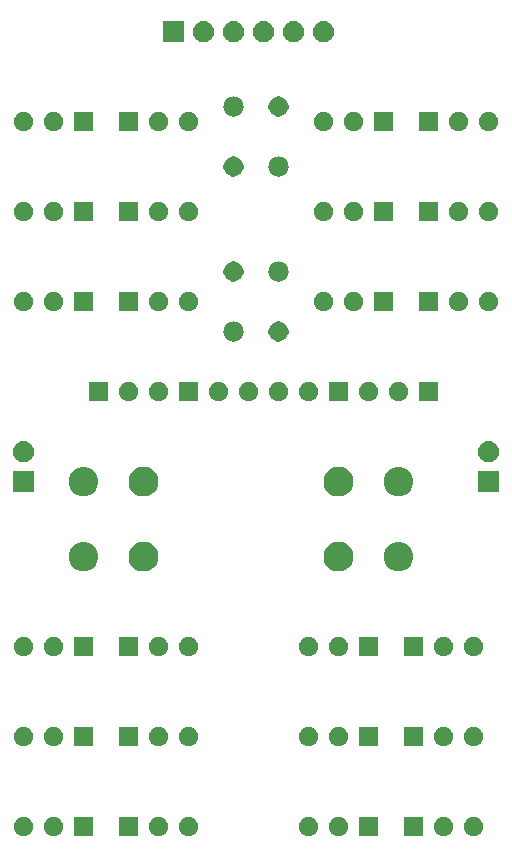
<source format=gbr>
G04 #@! TF.GenerationSoftware,KiCad,Pcbnew,5.0.1-33cea8e~68~ubuntu18.04.1*
G04 #@! TF.CreationDate,2018-11-12T23:59:36+00:00*
G04 #@! TF.ProjectId,h-bridge,682D6272696467652E6B696361645F70,rev?*
G04 #@! TF.SameCoordinates,Original*
G04 #@! TF.FileFunction,Soldermask,Top*
G04 #@! TF.FilePolarity,Negative*
%FSLAX46Y46*%
G04 Gerber Fmt 4.6, Leading zero omitted, Abs format (unit mm)*
G04 Created by KiCad (PCBNEW 5.0.1-33cea8e~68~ubuntu18.04.1) date Mon 12 Nov 2018 23:59:36 GMT*
%MOMM*%
%LPD*%
G01*
G04 APERTURE LIST*
%ADD10C,0.100000*%
G04 APERTURE END LIST*
D10*
G36*
X143743643Y-146549781D02*
X143889415Y-146610162D01*
X144020611Y-146697824D01*
X144132176Y-146809389D01*
X144219838Y-146940585D01*
X144280219Y-147086357D01*
X144311000Y-147241107D01*
X144311000Y-147398893D01*
X144280219Y-147553643D01*
X144219838Y-147699415D01*
X144132176Y-147830611D01*
X144020611Y-147942176D01*
X143889415Y-148029838D01*
X143743643Y-148090219D01*
X143588893Y-148121000D01*
X143431107Y-148121000D01*
X143276357Y-148090219D01*
X143130585Y-148029838D01*
X142999389Y-147942176D01*
X142887824Y-147830611D01*
X142800162Y-147699415D01*
X142739781Y-147553643D01*
X142709000Y-147398893D01*
X142709000Y-147241107D01*
X142739781Y-147086357D01*
X142800162Y-146940585D01*
X142887824Y-146809389D01*
X142999389Y-146697824D01*
X143130585Y-146610162D01*
X143276357Y-146549781D01*
X143431107Y-146519000D01*
X143588893Y-146519000D01*
X143743643Y-146549781D01*
X143743643Y-146549781D01*
G37*
G36*
X141203643Y-146549781D02*
X141349415Y-146610162D01*
X141480611Y-146697824D01*
X141592176Y-146809389D01*
X141679838Y-146940585D01*
X141740219Y-147086357D01*
X141771000Y-147241107D01*
X141771000Y-147398893D01*
X141740219Y-147553643D01*
X141679838Y-147699415D01*
X141592176Y-147830611D01*
X141480611Y-147942176D01*
X141349415Y-148029838D01*
X141203643Y-148090219D01*
X141048893Y-148121000D01*
X140891107Y-148121000D01*
X140736357Y-148090219D01*
X140590585Y-148029838D01*
X140459389Y-147942176D01*
X140347824Y-147830611D01*
X140260162Y-147699415D01*
X140199781Y-147553643D01*
X140169000Y-147398893D01*
X140169000Y-147241107D01*
X140199781Y-147086357D01*
X140260162Y-146940585D01*
X140347824Y-146809389D01*
X140459389Y-146697824D01*
X140590585Y-146610162D01*
X140736357Y-146549781D01*
X140891107Y-146519000D01*
X141048893Y-146519000D01*
X141203643Y-146549781D01*
X141203643Y-146549781D01*
G37*
G36*
X111291000Y-148121000D02*
X109689000Y-148121000D01*
X109689000Y-146519000D01*
X111291000Y-146519000D01*
X111291000Y-148121000D01*
X111291000Y-148121000D01*
G37*
G36*
X105643643Y-146549781D02*
X105789415Y-146610162D01*
X105920611Y-146697824D01*
X106032176Y-146809389D01*
X106119838Y-146940585D01*
X106180219Y-147086357D01*
X106211000Y-147241107D01*
X106211000Y-147398893D01*
X106180219Y-147553643D01*
X106119838Y-147699415D01*
X106032176Y-147830611D01*
X105920611Y-147942176D01*
X105789415Y-148029838D01*
X105643643Y-148090219D01*
X105488893Y-148121000D01*
X105331107Y-148121000D01*
X105176357Y-148090219D01*
X105030585Y-148029838D01*
X104899389Y-147942176D01*
X104787824Y-147830611D01*
X104700162Y-147699415D01*
X104639781Y-147553643D01*
X104609000Y-147398893D01*
X104609000Y-147241107D01*
X104639781Y-147086357D01*
X104700162Y-146940585D01*
X104787824Y-146809389D01*
X104899389Y-146697824D01*
X105030585Y-146610162D01*
X105176357Y-146549781D01*
X105331107Y-146519000D01*
X105488893Y-146519000D01*
X105643643Y-146549781D01*
X105643643Y-146549781D01*
G37*
G36*
X108183643Y-146549781D02*
X108329415Y-146610162D01*
X108460611Y-146697824D01*
X108572176Y-146809389D01*
X108659838Y-146940585D01*
X108720219Y-147086357D01*
X108751000Y-147241107D01*
X108751000Y-147398893D01*
X108720219Y-147553643D01*
X108659838Y-147699415D01*
X108572176Y-147830611D01*
X108460611Y-147942176D01*
X108329415Y-148029838D01*
X108183643Y-148090219D01*
X108028893Y-148121000D01*
X107871107Y-148121000D01*
X107716357Y-148090219D01*
X107570585Y-148029838D01*
X107439389Y-147942176D01*
X107327824Y-147830611D01*
X107240162Y-147699415D01*
X107179781Y-147553643D01*
X107149000Y-147398893D01*
X107149000Y-147241107D01*
X107179781Y-147086357D01*
X107240162Y-146940585D01*
X107327824Y-146809389D01*
X107439389Y-146697824D01*
X107570585Y-146610162D01*
X107716357Y-146549781D01*
X107871107Y-146519000D01*
X108028893Y-146519000D01*
X108183643Y-146549781D01*
X108183643Y-146549781D01*
G37*
G36*
X117073643Y-146549781D02*
X117219415Y-146610162D01*
X117350611Y-146697824D01*
X117462176Y-146809389D01*
X117549838Y-146940585D01*
X117610219Y-147086357D01*
X117641000Y-147241107D01*
X117641000Y-147398893D01*
X117610219Y-147553643D01*
X117549838Y-147699415D01*
X117462176Y-147830611D01*
X117350611Y-147942176D01*
X117219415Y-148029838D01*
X117073643Y-148090219D01*
X116918893Y-148121000D01*
X116761107Y-148121000D01*
X116606357Y-148090219D01*
X116460585Y-148029838D01*
X116329389Y-147942176D01*
X116217824Y-147830611D01*
X116130162Y-147699415D01*
X116069781Y-147553643D01*
X116039000Y-147398893D01*
X116039000Y-147241107D01*
X116069781Y-147086357D01*
X116130162Y-146940585D01*
X116217824Y-146809389D01*
X116329389Y-146697824D01*
X116460585Y-146610162D01*
X116606357Y-146549781D01*
X116761107Y-146519000D01*
X116918893Y-146519000D01*
X117073643Y-146549781D01*
X117073643Y-146549781D01*
G37*
G36*
X119613643Y-146549781D02*
X119759415Y-146610162D01*
X119890611Y-146697824D01*
X120002176Y-146809389D01*
X120089838Y-146940585D01*
X120150219Y-147086357D01*
X120181000Y-147241107D01*
X120181000Y-147398893D01*
X120150219Y-147553643D01*
X120089838Y-147699415D01*
X120002176Y-147830611D01*
X119890611Y-147942176D01*
X119759415Y-148029838D01*
X119613643Y-148090219D01*
X119458893Y-148121000D01*
X119301107Y-148121000D01*
X119146357Y-148090219D01*
X119000585Y-148029838D01*
X118869389Y-147942176D01*
X118757824Y-147830611D01*
X118670162Y-147699415D01*
X118609781Y-147553643D01*
X118579000Y-147398893D01*
X118579000Y-147241107D01*
X118609781Y-147086357D01*
X118670162Y-146940585D01*
X118757824Y-146809389D01*
X118869389Y-146697824D01*
X119000585Y-146610162D01*
X119146357Y-146549781D01*
X119301107Y-146519000D01*
X119458893Y-146519000D01*
X119613643Y-146549781D01*
X119613643Y-146549781D01*
G37*
G36*
X115101000Y-148121000D02*
X113499000Y-148121000D01*
X113499000Y-146519000D01*
X115101000Y-146519000D01*
X115101000Y-148121000D01*
X115101000Y-148121000D01*
G37*
G36*
X135421000Y-148121000D02*
X133819000Y-148121000D01*
X133819000Y-146519000D01*
X135421000Y-146519000D01*
X135421000Y-148121000D01*
X135421000Y-148121000D01*
G37*
G36*
X129773643Y-146549781D02*
X129919415Y-146610162D01*
X130050611Y-146697824D01*
X130162176Y-146809389D01*
X130249838Y-146940585D01*
X130310219Y-147086357D01*
X130341000Y-147241107D01*
X130341000Y-147398893D01*
X130310219Y-147553643D01*
X130249838Y-147699415D01*
X130162176Y-147830611D01*
X130050611Y-147942176D01*
X129919415Y-148029838D01*
X129773643Y-148090219D01*
X129618893Y-148121000D01*
X129461107Y-148121000D01*
X129306357Y-148090219D01*
X129160585Y-148029838D01*
X129029389Y-147942176D01*
X128917824Y-147830611D01*
X128830162Y-147699415D01*
X128769781Y-147553643D01*
X128739000Y-147398893D01*
X128739000Y-147241107D01*
X128769781Y-147086357D01*
X128830162Y-146940585D01*
X128917824Y-146809389D01*
X129029389Y-146697824D01*
X129160585Y-146610162D01*
X129306357Y-146549781D01*
X129461107Y-146519000D01*
X129618893Y-146519000D01*
X129773643Y-146549781D01*
X129773643Y-146549781D01*
G37*
G36*
X132313643Y-146549781D02*
X132459415Y-146610162D01*
X132590611Y-146697824D01*
X132702176Y-146809389D01*
X132789838Y-146940585D01*
X132850219Y-147086357D01*
X132881000Y-147241107D01*
X132881000Y-147398893D01*
X132850219Y-147553643D01*
X132789838Y-147699415D01*
X132702176Y-147830611D01*
X132590611Y-147942176D01*
X132459415Y-148029838D01*
X132313643Y-148090219D01*
X132158893Y-148121000D01*
X132001107Y-148121000D01*
X131846357Y-148090219D01*
X131700585Y-148029838D01*
X131569389Y-147942176D01*
X131457824Y-147830611D01*
X131370162Y-147699415D01*
X131309781Y-147553643D01*
X131279000Y-147398893D01*
X131279000Y-147241107D01*
X131309781Y-147086357D01*
X131370162Y-146940585D01*
X131457824Y-146809389D01*
X131569389Y-146697824D01*
X131700585Y-146610162D01*
X131846357Y-146549781D01*
X132001107Y-146519000D01*
X132158893Y-146519000D01*
X132313643Y-146549781D01*
X132313643Y-146549781D01*
G37*
G36*
X139231000Y-148121000D02*
X137629000Y-148121000D01*
X137629000Y-146519000D01*
X139231000Y-146519000D01*
X139231000Y-148121000D01*
X139231000Y-148121000D01*
G37*
G36*
X119613643Y-138929781D02*
X119759415Y-138990162D01*
X119890611Y-139077824D01*
X120002176Y-139189389D01*
X120089838Y-139320585D01*
X120150219Y-139466357D01*
X120181000Y-139621107D01*
X120181000Y-139778893D01*
X120150219Y-139933643D01*
X120089838Y-140079415D01*
X120002176Y-140210611D01*
X119890611Y-140322176D01*
X119759415Y-140409838D01*
X119613643Y-140470219D01*
X119458893Y-140501000D01*
X119301107Y-140501000D01*
X119146357Y-140470219D01*
X119000585Y-140409838D01*
X118869389Y-140322176D01*
X118757824Y-140210611D01*
X118670162Y-140079415D01*
X118609781Y-139933643D01*
X118579000Y-139778893D01*
X118579000Y-139621107D01*
X118609781Y-139466357D01*
X118670162Y-139320585D01*
X118757824Y-139189389D01*
X118869389Y-139077824D01*
X119000585Y-138990162D01*
X119146357Y-138929781D01*
X119301107Y-138899000D01*
X119458893Y-138899000D01*
X119613643Y-138929781D01*
X119613643Y-138929781D01*
G37*
G36*
X132313643Y-138929781D02*
X132459415Y-138990162D01*
X132590611Y-139077824D01*
X132702176Y-139189389D01*
X132789838Y-139320585D01*
X132850219Y-139466357D01*
X132881000Y-139621107D01*
X132881000Y-139778893D01*
X132850219Y-139933643D01*
X132789838Y-140079415D01*
X132702176Y-140210611D01*
X132590611Y-140322176D01*
X132459415Y-140409838D01*
X132313643Y-140470219D01*
X132158893Y-140501000D01*
X132001107Y-140501000D01*
X131846357Y-140470219D01*
X131700585Y-140409838D01*
X131569389Y-140322176D01*
X131457824Y-140210611D01*
X131370162Y-140079415D01*
X131309781Y-139933643D01*
X131279000Y-139778893D01*
X131279000Y-139621107D01*
X131309781Y-139466357D01*
X131370162Y-139320585D01*
X131457824Y-139189389D01*
X131569389Y-139077824D01*
X131700585Y-138990162D01*
X131846357Y-138929781D01*
X132001107Y-138899000D01*
X132158893Y-138899000D01*
X132313643Y-138929781D01*
X132313643Y-138929781D01*
G37*
G36*
X129773643Y-138929781D02*
X129919415Y-138990162D01*
X130050611Y-139077824D01*
X130162176Y-139189389D01*
X130249838Y-139320585D01*
X130310219Y-139466357D01*
X130341000Y-139621107D01*
X130341000Y-139778893D01*
X130310219Y-139933643D01*
X130249838Y-140079415D01*
X130162176Y-140210611D01*
X130050611Y-140322176D01*
X129919415Y-140409838D01*
X129773643Y-140470219D01*
X129618893Y-140501000D01*
X129461107Y-140501000D01*
X129306357Y-140470219D01*
X129160585Y-140409838D01*
X129029389Y-140322176D01*
X128917824Y-140210611D01*
X128830162Y-140079415D01*
X128769781Y-139933643D01*
X128739000Y-139778893D01*
X128739000Y-139621107D01*
X128769781Y-139466357D01*
X128830162Y-139320585D01*
X128917824Y-139189389D01*
X129029389Y-139077824D01*
X129160585Y-138990162D01*
X129306357Y-138929781D01*
X129461107Y-138899000D01*
X129618893Y-138899000D01*
X129773643Y-138929781D01*
X129773643Y-138929781D01*
G37*
G36*
X111291000Y-140501000D02*
X109689000Y-140501000D01*
X109689000Y-138899000D01*
X111291000Y-138899000D01*
X111291000Y-140501000D01*
X111291000Y-140501000D01*
G37*
G36*
X105643643Y-138929781D02*
X105789415Y-138990162D01*
X105920611Y-139077824D01*
X106032176Y-139189389D01*
X106119838Y-139320585D01*
X106180219Y-139466357D01*
X106211000Y-139621107D01*
X106211000Y-139778893D01*
X106180219Y-139933643D01*
X106119838Y-140079415D01*
X106032176Y-140210611D01*
X105920611Y-140322176D01*
X105789415Y-140409838D01*
X105643643Y-140470219D01*
X105488893Y-140501000D01*
X105331107Y-140501000D01*
X105176357Y-140470219D01*
X105030585Y-140409838D01*
X104899389Y-140322176D01*
X104787824Y-140210611D01*
X104700162Y-140079415D01*
X104639781Y-139933643D01*
X104609000Y-139778893D01*
X104609000Y-139621107D01*
X104639781Y-139466357D01*
X104700162Y-139320585D01*
X104787824Y-139189389D01*
X104899389Y-139077824D01*
X105030585Y-138990162D01*
X105176357Y-138929781D01*
X105331107Y-138899000D01*
X105488893Y-138899000D01*
X105643643Y-138929781D01*
X105643643Y-138929781D01*
G37*
G36*
X108183643Y-138929781D02*
X108329415Y-138990162D01*
X108460611Y-139077824D01*
X108572176Y-139189389D01*
X108659838Y-139320585D01*
X108720219Y-139466357D01*
X108751000Y-139621107D01*
X108751000Y-139778893D01*
X108720219Y-139933643D01*
X108659838Y-140079415D01*
X108572176Y-140210611D01*
X108460611Y-140322176D01*
X108329415Y-140409838D01*
X108183643Y-140470219D01*
X108028893Y-140501000D01*
X107871107Y-140501000D01*
X107716357Y-140470219D01*
X107570585Y-140409838D01*
X107439389Y-140322176D01*
X107327824Y-140210611D01*
X107240162Y-140079415D01*
X107179781Y-139933643D01*
X107149000Y-139778893D01*
X107149000Y-139621107D01*
X107179781Y-139466357D01*
X107240162Y-139320585D01*
X107327824Y-139189389D01*
X107439389Y-139077824D01*
X107570585Y-138990162D01*
X107716357Y-138929781D01*
X107871107Y-138899000D01*
X108028893Y-138899000D01*
X108183643Y-138929781D01*
X108183643Y-138929781D01*
G37*
G36*
X139231000Y-140501000D02*
X137629000Y-140501000D01*
X137629000Y-138899000D01*
X139231000Y-138899000D01*
X139231000Y-140501000D01*
X139231000Y-140501000D01*
G37*
G36*
X141203643Y-138929781D02*
X141349415Y-138990162D01*
X141480611Y-139077824D01*
X141592176Y-139189389D01*
X141679838Y-139320585D01*
X141740219Y-139466357D01*
X141771000Y-139621107D01*
X141771000Y-139778893D01*
X141740219Y-139933643D01*
X141679838Y-140079415D01*
X141592176Y-140210611D01*
X141480611Y-140322176D01*
X141349415Y-140409838D01*
X141203643Y-140470219D01*
X141048893Y-140501000D01*
X140891107Y-140501000D01*
X140736357Y-140470219D01*
X140590585Y-140409838D01*
X140459389Y-140322176D01*
X140347824Y-140210611D01*
X140260162Y-140079415D01*
X140199781Y-139933643D01*
X140169000Y-139778893D01*
X140169000Y-139621107D01*
X140199781Y-139466357D01*
X140260162Y-139320585D01*
X140347824Y-139189389D01*
X140459389Y-139077824D01*
X140590585Y-138990162D01*
X140736357Y-138929781D01*
X140891107Y-138899000D01*
X141048893Y-138899000D01*
X141203643Y-138929781D01*
X141203643Y-138929781D01*
G37*
G36*
X117073643Y-138929781D02*
X117219415Y-138990162D01*
X117350611Y-139077824D01*
X117462176Y-139189389D01*
X117549838Y-139320585D01*
X117610219Y-139466357D01*
X117641000Y-139621107D01*
X117641000Y-139778893D01*
X117610219Y-139933643D01*
X117549838Y-140079415D01*
X117462176Y-140210611D01*
X117350611Y-140322176D01*
X117219415Y-140409838D01*
X117073643Y-140470219D01*
X116918893Y-140501000D01*
X116761107Y-140501000D01*
X116606357Y-140470219D01*
X116460585Y-140409838D01*
X116329389Y-140322176D01*
X116217824Y-140210611D01*
X116130162Y-140079415D01*
X116069781Y-139933643D01*
X116039000Y-139778893D01*
X116039000Y-139621107D01*
X116069781Y-139466357D01*
X116130162Y-139320585D01*
X116217824Y-139189389D01*
X116329389Y-139077824D01*
X116460585Y-138990162D01*
X116606357Y-138929781D01*
X116761107Y-138899000D01*
X116918893Y-138899000D01*
X117073643Y-138929781D01*
X117073643Y-138929781D01*
G37*
G36*
X115101000Y-140501000D02*
X113499000Y-140501000D01*
X113499000Y-138899000D01*
X115101000Y-138899000D01*
X115101000Y-140501000D01*
X115101000Y-140501000D01*
G37*
G36*
X135421000Y-140501000D02*
X133819000Y-140501000D01*
X133819000Y-138899000D01*
X135421000Y-138899000D01*
X135421000Y-140501000D01*
X135421000Y-140501000D01*
G37*
G36*
X143743643Y-138929781D02*
X143889415Y-138990162D01*
X144020611Y-139077824D01*
X144132176Y-139189389D01*
X144219838Y-139320585D01*
X144280219Y-139466357D01*
X144311000Y-139621107D01*
X144311000Y-139778893D01*
X144280219Y-139933643D01*
X144219838Y-140079415D01*
X144132176Y-140210611D01*
X144020611Y-140322176D01*
X143889415Y-140409838D01*
X143743643Y-140470219D01*
X143588893Y-140501000D01*
X143431107Y-140501000D01*
X143276357Y-140470219D01*
X143130585Y-140409838D01*
X142999389Y-140322176D01*
X142887824Y-140210611D01*
X142800162Y-140079415D01*
X142739781Y-139933643D01*
X142709000Y-139778893D01*
X142709000Y-139621107D01*
X142739781Y-139466357D01*
X142800162Y-139320585D01*
X142887824Y-139189389D01*
X142999389Y-139077824D01*
X143130585Y-138990162D01*
X143276357Y-138929781D01*
X143431107Y-138899000D01*
X143588893Y-138899000D01*
X143743643Y-138929781D01*
X143743643Y-138929781D01*
G37*
G36*
X143743643Y-131309781D02*
X143889415Y-131370162D01*
X144020611Y-131457824D01*
X144132176Y-131569389D01*
X144219838Y-131700585D01*
X144280219Y-131846357D01*
X144311000Y-132001107D01*
X144311000Y-132158893D01*
X144280219Y-132313643D01*
X144219838Y-132459415D01*
X144132176Y-132590611D01*
X144020611Y-132702176D01*
X143889415Y-132789838D01*
X143743643Y-132850219D01*
X143588893Y-132881000D01*
X143431107Y-132881000D01*
X143276357Y-132850219D01*
X143130585Y-132789838D01*
X142999389Y-132702176D01*
X142887824Y-132590611D01*
X142800162Y-132459415D01*
X142739781Y-132313643D01*
X142709000Y-132158893D01*
X142709000Y-132001107D01*
X142739781Y-131846357D01*
X142800162Y-131700585D01*
X142887824Y-131569389D01*
X142999389Y-131457824D01*
X143130585Y-131370162D01*
X143276357Y-131309781D01*
X143431107Y-131279000D01*
X143588893Y-131279000D01*
X143743643Y-131309781D01*
X143743643Y-131309781D01*
G37*
G36*
X115101000Y-132881000D02*
X113499000Y-132881000D01*
X113499000Y-131279000D01*
X115101000Y-131279000D01*
X115101000Y-132881000D01*
X115101000Y-132881000D01*
G37*
G36*
X117073643Y-131309781D02*
X117219415Y-131370162D01*
X117350611Y-131457824D01*
X117462176Y-131569389D01*
X117549838Y-131700585D01*
X117610219Y-131846357D01*
X117641000Y-132001107D01*
X117641000Y-132158893D01*
X117610219Y-132313643D01*
X117549838Y-132459415D01*
X117462176Y-132590611D01*
X117350611Y-132702176D01*
X117219415Y-132789838D01*
X117073643Y-132850219D01*
X116918893Y-132881000D01*
X116761107Y-132881000D01*
X116606357Y-132850219D01*
X116460585Y-132789838D01*
X116329389Y-132702176D01*
X116217824Y-132590611D01*
X116130162Y-132459415D01*
X116069781Y-132313643D01*
X116039000Y-132158893D01*
X116039000Y-132001107D01*
X116069781Y-131846357D01*
X116130162Y-131700585D01*
X116217824Y-131569389D01*
X116329389Y-131457824D01*
X116460585Y-131370162D01*
X116606357Y-131309781D01*
X116761107Y-131279000D01*
X116918893Y-131279000D01*
X117073643Y-131309781D01*
X117073643Y-131309781D01*
G37*
G36*
X119613643Y-131309781D02*
X119759415Y-131370162D01*
X119890611Y-131457824D01*
X120002176Y-131569389D01*
X120089838Y-131700585D01*
X120150219Y-131846357D01*
X120181000Y-132001107D01*
X120181000Y-132158893D01*
X120150219Y-132313643D01*
X120089838Y-132459415D01*
X120002176Y-132590611D01*
X119890611Y-132702176D01*
X119759415Y-132789838D01*
X119613643Y-132850219D01*
X119458893Y-132881000D01*
X119301107Y-132881000D01*
X119146357Y-132850219D01*
X119000585Y-132789838D01*
X118869389Y-132702176D01*
X118757824Y-132590611D01*
X118670162Y-132459415D01*
X118609781Y-132313643D01*
X118579000Y-132158893D01*
X118579000Y-132001107D01*
X118609781Y-131846357D01*
X118670162Y-131700585D01*
X118757824Y-131569389D01*
X118869389Y-131457824D01*
X119000585Y-131370162D01*
X119146357Y-131309781D01*
X119301107Y-131279000D01*
X119458893Y-131279000D01*
X119613643Y-131309781D01*
X119613643Y-131309781D01*
G37*
G36*
X139231000Y-132881000D02*
X137629000Y-132881000D01*
X137629000Y-131279000D01*
X139231000Y-131279000D01*
X139231000Y-132881000D01*
X139231000Y-132881000D01*
G37*
G36*
X111291000Y-132881000D02*
X109689000Y-132881000D01*
X109689000Y-131279000D01*
X111291000Y-131279000D01*
X111291000Y-132881000D01*
X111291000Y-132881000D01*
G37*
G36*
X108183643Y-131309781D02*
X108329415Y-131370162D01*
X108460611Y-131457824D01*
X108572176Y-131569389D01*
X108659838Y-131700585D01*
X108720219Y-131846357D01*
X108751000Y-132001107D01*
X108751000Y-132158893D01*
X108720219Y-132313643D01*
X108659838Y-132459415D01*
X108572176Y-132590611D01*
X108460611Y-132702176D01*
X108329415Y-132789838D01*
X108183643Y-132850219D01*
X108028893Y-132881000D01*
X107871107Y-132881000D01*
X107716357Y-132850219D01*
X107570585Y-132789838D01*
X107439389Y-132702176D01*
X107327824Y-132590611D01*
X107240162Y-132459415D01*
X107179781Y-132313643D01*
X107149000Y-132158893D01*
X107149000Y-132001107D01*
X107179781Y-131846357D01*
X107240162Y-131700585D01*
X107327824Y-131569389D01*
X107439389Y-131457824D01*
X107570585Y-131370162D01*
X107716357Y-131309781D01*
X107871107Y-131279000D01*
X108028893Y-131279000D01*
X108183643Y-131309781D01*
X108183643Y-131309781D01*
G37*
G36*
X141203643Y-131309781D02*
X141349415Y-131370162D01*
X141480611Y-131457824D01*
X141592176Y-131569389D01*
X141679838Y-131700585D01*
X141740219Y-131846357D01*
X141771000Y-132001107D01*
X141771000Y-132158893D01*
X141740219Y-132313643D01*
X141679838Y-132459415D01*
X141592176Y-132590611D01*
X141480611Y-132702176D01*
X141349415Y-132789838D01*
X141203643Y-132850219D01*
X141048893Y-132881000D01*
X140891107Y-132881000D01*
X140736357Y-132850219D01*
X140590585Y-132789838D01*
X140459389Y-132702176D01*
X140347824Y-132590611D01*
X140260162Y-132459415D01*
X140199781Y-132313643D01*
X140169000Y-132158893D01*
X140169000Y-132001107D01*
X140199781Y-131846357D01*
X140260162Y-131700585D01*
X140347824Y-131569389D01*
X140459389Y-131457824D01*
X140590585Y-131370162D01*
X140736357Y-131309781D01*
X140891107Y-131279000D01*
X141048893Y-131279000D01*
X141203643Y-131309781D01*
X141203643Y-131309781D01*
G37*
G36*
X135421000Y-132881000D02*
X133819000Y-132881000D01*
X133819000Y-131279000D01*
X135421000Y-131279000D01*
X135421000Y-132881000D01*
X135421000Y-132881000D01*
G37*
G36*
X132313643Y-131309781D02*
X132459415Y-131370162D01*
X132590611Y-131457824D01*
X132702176Y-131569389D01*
X132789838Y-131700585D01*
X132850219Y-131846357D01*
X132881000Y-132001107D01*
X132881000Y-132158893D01*
X132850219Y-132313643D01*
X132789838Y-132459415D01*
X132702176Y-132590611D01*
X132590611Y-132702176D01*
X132459415Y-132789838D01*
X132313643Y-132850219D01*
X132158893Y-132881000D01*
X132001107Y-132881000D01*
X131846357Y-132850219D01*
X131700585Y-132789838D01*
X131569389Y-132702176D01*
X131457824Y-132590611D01*
X131370162Y-132459415D01*
X131309781Y-132313643D01*
X131279000Y-132158893D01*
X131279000Y-132001107D01*
X131309781Y-131846357D01*
X131370162Y-131700585D01*
X131457824Y-131569389D01*
X131569389Y-131457824D01*
X131700585Y-131370162D01*
X131846357Y-131309781D01*
X132001107Y-131279000D01*
X132158893Y-131279000D01*
X132313643Y-131309781D01*
X132313643Y-131309781D01*
G37*
G36*
X129773643Y-131309781D02*
X129919415Y-131370162D01*
X130050611Y-131457824D01*
X130162176Y-131569389D01*
X130249838Y-131700585D01*
X130310219Y-131846357D01*
X130341000Y-132001107D01*
X130341000Y-132158893D01*
X130310219Y-132313643D01*
X130249838Y-132459415D01*
X130162176Y-132590611D01*
X130050611Y-132702176D01*
X129919415Y-132789838D01*
X129773643Y-132850219D01*
X129618893Y-132881000D01*
X129461107Y-132881000D01*
X129306357Y-132850219D01*
X129160585Y-132789838D01*
X129029389Y-132702176D01*
X128917824Y-132590611D01*
X128830162Y-132459415D01*
X128769781Y-132313643D01*
X128739000Y-132158893D01*
X128739000Y-132001107D01*
X128769781Y-131846357D01*
X128830162Y-131700585D01*
X128917824Y-131569389D01*
X129029389Y-131457824D01*
X129160585Y-131370162D01*
X129306357Y-131309781D01*
X129461107Y-131279000D01*
X129618893Y-131279000D01*
X129773643Y-131309781D01*
X129773643Y-131309781D01*
G37*
G36*
X105643643Y-131309781D02*
X105789415Y-131370162D01*
X105920611Y-131457824D01*
X106032176Y-131569389D01*
X106119838Y-131700585D01*
X106180219Y-131846357D01*
X106211000Y-132001107D01*
X106211000Y-132158893D01*
X106180219Y-132313643D01*
X106119838Y-132459415D01*
X106032176Y-132590611D01*
X105920611Y-132702176D01*
X105789415Y-132789838D01*
X105643643Y-132850219D01*
X105488893Y-132881000D01*
X105331107Y-132881000D01*
X105176357Y-132850219D01*
X105030585Y-132789838D01*
X104899389Y-132702176D01*
X104787824Y-132590611D01*
X104700162Y-132459415D01*
X104639781Y-132313643D01*
X104609000Y-132158893D01*
X104609000Y-132001107D01*
X104639781Y-131846357D01*
X104700162Y-131700585D01*
X104787824Y-131569389D01*
X104899389Y-131457824D01*
X105030585Y-131370162D01*
X105176357Y-131309781D01*
X105331107Y-131279000D01*
X105488893Y-131279000D01*
X105643643Y-131309781D01*
X105643643Y-131309781D01*
G37*
G36*
X110735239Y-123227101D02*
X110971053Y-123298634D01*
X111188381Y-123414799D01*
X111378871Y-123571129D01*
X111535201Y-123761619D01*
X111651366Y-123978947D01*
X111722899Y-124214761D01*
X111747053Y-124460000D01*
X111722899Y-124705239D01*
X111651366Y-124941053D01*
X111535201Y-125158381D01*
X111378871Y-125348871D01*
X111188381Y-125505201D01*
X110971053Y-125621366D01*
X110735239Y-125692899D01*
X110551457Y-125711000D01*
X110428543Y-125711000D01*
X110244761Y-125692899D01*
X110008947Y-125621366D01*
X109791619Y-125505201D01*
X109601129Y-125348871D01*
X109444799Y-125158381D01*
X109328634Y-124941053D01*
X109257101Y-124705239D01*
X109232947Y-124460000D01*
X109257101Y-124214761D01*
X109328634Y-123978947D01*
X109444799Y-123761619D01*
X109601129Y-123571129D01*
X109791619Y-123414799D01*
X110008947Y-123298634D01*
X110244761Y-123227101D01*
X110428543Y-123209000D01*
X110551457Y-123209000D01*
X110735239Y-123227101D01*
X110735239Y-123227101D01*
G37*
G36*
X137405239Y-123227101D02*
X137641053Y-123298634D01*
X137858381Y-123414799D01*
X138048871Y-123571129D01*
X138205201Y-123761619D01*
X138321366Y-123978947D01*
X138392899Y-124214761D01*
X138417053Y-124460000D01*
X138392899Y-124705239D01*
X138321366Y-124941053D01*
X138205201Y-125158381D01*
X138048871Y-125348871D01*
X137858381Y-125505201D01*
X137641053Y-125621366D01*
X137405239Y-125692899D01*
X137221457Y-125711000D01*
X137098543Y-125711000D01*
X136914761Y-125692899D01*
X136678947Y-125621366D01*
X136461619Y-125505201D01*
X136271129Y-125348871D01*
X136114799Y-125158381D01*
X135998634Y-124941053D01*
X135927101Y-124705239D01*
X135902947Y-124460000D01*
X135927101Y-124214761D01*
X135998634Y-123978947D01*
X136114799Y-123761619D01*
X136271129Y-123571129D01*
X136461619Y-123414799D01*
X136678947Y-123298634D01*
X136914761Y-123227101D01*
X137098543Y-123209000D01*
X137221457Y-123209000D01*
X137405239Y-123227101D01*
X137405239Y-123227101D01*
G37*
G36*
X132263635Y-123221019D02*
X132444903Y-123257075D01*
X132672571Y-123351378D01*
X132767488Y-123414800D01*
X132877469Y-123488287D01*
X133051713Y-123662531D01*
X133051715Y-123662534D01*
X133188622Y-123867429D01*
X133282925Y-124095097D01*
X133331000Y-124336787D01*
X133331000Y-124583213D01*
X133282925Y-124824903D01*
X133188622Y-125052571D01*
X133117921Y-125158382D01*
X133051713Y-125257469D01*
X132877469Y-125431713D01*
X132877466Y-125431715D01*
X132672571Y-125568622D01*
X132444903Y-125662925D01*
X132294213Y-125692899D01*
X132203214Y-125711000D01*
X131956786Y-125711000D01*
X131865787Y-125692899D01*
X131715097Y-125662925D01*
X131487429Y-125568622D01*
X131282534Y-125431715D01*
X131282531Y-125431713D01*
X131108287Y-125257469D01*
X131042079Y-125158382D01*
X130971378Y-125052571D01*
X130877075Y-124824903D01*
X130829000Y-124583213D01*
X130829000Y-124336787D01*
X130877075Y-124095097D01*
X130971378Y-123867429D01*
X131108285Y-123662534D01*
X131108287Y-123662531D01*
X131282531Y-123488287D01*
X131392512Y-123414800D01*
X131487429Y-123351378D01*
X131715097Y-123257075D01*
X131896365Y-123221019D01*
X131956786Y-123209000D01*
X132203214Y-123209000D01*
X132263635Y-123221019D01*
X132263635Y-123221019D01*
G37*
G36*
X115753635Y-123221019D02*
X115934903Y-123257075D01*
X116162571Y-123351378D01*
X116257488Y-123414800D01*
X116367469Y-123488287D01*
X116541713Y-123662531D01*
X116541715Y-123662534D01*
X116678622Y-123867429D01*
X116772925Y-124095097D01*
X116821000Y-124336787D01*
X116821000Y-124583213D01*
X116772925Y-124824903D01*
X116678622Y-125052571D01*
X116607921Y-125158382D01*
X116541713Y-125257469D01*
X116367469Y-125431713D01*
X116367466Y-125431715D01*
X116162571Y-125568622D01*
X115934903Y-125662925D01*
X115784213Y-125692899D01*
X115693214Y-125711000D01*
X115446786Y-125711000D01*
X115355787Y-125692899D01*
X115205097Y-125662925D01*
X114977429Y-125568622D01*
X114772534Y-125431715D01*
X114772531Y-125431713D01*
X114598287Y-125257469D01*
X114532079Y-125158382D01*
X114461378Y-125052571D01*
X114367075Y-124824903D01*
X114319000Y-124583213D01*
X114319000Y-124336787D01*
X114367075Y-124095097D01*
X114461378Y-123867429D01*
X114598285Y-123662534D01*
X114598287Y-123662531D01*
X114772531Y-123488287D01*
X114882512Y-123414800D01*
X114977429Y-123351378D01*
X115205097Y-123257075D01*
X115386365Y-123221019D01*
X115446786Y-123209000D01*
X115693214Y-123209000D01*
X115753635Y-123221019D01*
X115753635Y-123221019D01*
G37*
G36*
X132263636Y-116871019D02*
X132444903Y-116907075D01*
X132672571Y-117001378D01*
X132767488Y-117064800D01*
X132877469Y-117138287D01*
X133051713Y-117312531D01*
X133051715Y-117312534D01*
X133188622Y-117517429D01*
X133282925Y-117745097D01*
X133331000Y-117986787D01*
X133331000Y-118233213D01*
X133282925Y-118474903D01*
X133188622Y-118702571D01*
X133117921Y-118808382D01*
X133051713Y-118907469D01*
X132877469Y-119081713D01*
X132877466Y-119081715D01*
X132672571Y-119218622D01*
X132444903Y-119312925D01*
X132294213Y-119342899D01*
X132203214Y-119361000D01*
X131956786Y-119361000D01*
X131865787Y-119342899D01*
X131715097Y-119312925D01*
X131487429Y-119218622D01*
X131282534Y-119081715D01*
X131282531Y-119081713D01*
X131108287Y-118907469D01*
X131042079Y-118808382D01*
X130971378Y-118702571D01*
X130877075Y-118474903D01*
X130829000Y-118233213D01*
X130829000Y-117986787D01*
X130877075Y-117745097D01*
X130971378Y-117517429D01*
X131108285Y-117312534D01*
X131108287Y-117312531D01*
X131282531Y-117138287D01*
X131392512Y-117064800D01*
X131487429Y-117001378D01*
X131715097Y-116907075D01*
X131896364Y-116871019D01*
X131956786Y-116859000D01*
X132203214Y-116859000D01*
X132263636Y-116871019D01*
X132263636Y-116871019D01*
G37*
G36*
X137405239Y-116877101D02*
X137641053Y-116948634D01*
X137858381Y-117064799D01*
X138048871Y-117221129D01*
X138205201Y-117411619D01*
X138321366Y-117628947D01*
X138392899Y-117864761D01*
X138417053Y-118110000D01*
X138392899Y-118355239D01*
X138321366Y-118591053D01*
X138205201Y-118808381D01*
X138048871Y-118998871D01*
X137858381Y-119155201D01*
X137641053Y-119271366D01*
X137405239Y-119342899D01*
X137221457Y-119361000D01*
X137098543Y-119361000D01*
X136914761Y-119342899D01*
X136678947Y-119271366D01*
X136461619Y-119155201D01*
X136271129Y-118998871D01*
X136114799Y-118808381D01*
X135998634Y-118591053D01*
X135927101Y-118355239D01*
X135902947Y-118110000D01*
X135927101Y-117864761D01*
X135998634Y-117628947D01*
X136114799Y-117411619D01*
X136271129Y-117221129D01*
X136461619Y-117064799D01*
X136678947Y-116948634D01*
X136914761Y-116877101D01*
X137098543Y-116859000D01*
X137221457Y-116859000D01*
X137405239Y-116877101D01*
X137405239Y-116877101D01*
G37*
G36*
X115753636Y-116871019D02*
X115934903Y-116907075D01*
X116162571Y-117001378D01*
X116257488Y-117064800D01*
X116367469Y-117138287D01*
X116541713Y-117312531D01*
X116541715Y-117312534D01*
X116678622Y-117517429D01*
X116772925Y-117745097D01*
X116821000Y-117986787D01*
X116821000Y-118233213D01*
X116772925Y-118474903D01*
X116678622Y-118702571D01*
X116607921Y-118808382D01*
X116541713Y-118907469D01*
X116367469Y-119081713D01*
X116367466Y-119081715D01*
X116162571Y-119218622D01*
X115934903Y-119312925D01*
X115784213Y-119342899D01*
X115693214Y-119361000D01*
X115446786Y-119361000D01*
X115355787Y-119342899D01*
X115205097Y-119312925D01*
X114977429Y-119218622D01*
X114772534Y-119081715D01*
X114772531Y-119081713D01*
X114598287Y-118907469D01*
X114532079Y-118808382D01*
X114461378Y-118702571D01*
X114367075Y-118474903D01*
X114319000Y-118233213D01*
X114319000Y-117986787D01*
X114367075Y-117745097D01*
X114461378Y-117517429D01*
X114598285Y-117312534D01*
X114598287Y-117312531D01*
X114772531Y-117138287D01*
X114882512Y-117064800D01*
X114977429Y-117001378D01*
X115205097Y-116907075D01*
X115386364Y-116871019D01*
X115446786Y-116859000D01*
X115693214Y-116859000D01*
X115753636Y-116871019D01*
X115753636Y-116871019D01*
G37*
G36*
X110735239Y-116877101D02*
X110971053Y-116948634D01*
X111188381Y-117064799D01*
X111378871Y-117221129D01*
X111535201Y-117411619D01*
X111651366Y-117628947D01*
X111722899Y-117864761D01*
X111747053Y-118110000D01*
X111722899Y-118355239D01*
X111651366Y-118591053D01*
X111535201Y-118808381D01*
X111378871Y-118998871D01*
X111188381Y-119155201D01*
X110971053Y-119271366D01*
X110735239Y-119342899D01*
X110551457Y-119361000D01*
X110428543Y-119361000D01*
X110244761Y-119342899D01*
X110008947Y-119271366D01*
X109791619Y-119155201D01*
X109601129Y-118998871D01*
X109444799Y-118808381D01*
X109328634Y-118591053D01*
X109257101Y-118355239D01*
X109232947Y-118110000D01*
X109257101Y-117864761D01*
X109328634Y-117628947D01*
X109444799Y-117411619D01*
X109601129Y-117221129D01*
X109791619Y-117064799D01*
X110008947Y-116948634D01*
X110244761Y-116877101D01*
X110428543Y-116859000D01*
X110551457Y-116859000D01*
X110735239Y-116877101D01*
X110735239Y-116877101D01*
G37*
G36*
X145681000Y-119011000D02*
X143879000Y-119011000D01*
X143879000Y-117209000D01*
X145681000Y-117209000D01*
X145681000Y-119011000D01*
X145681000Y-119011000D01*
G37*
G36*
X106311000Y-119011000D02*
X104509000Y-119011000D01*
X104509000Y-117209000D01*
X106311000Y-117209000D01*
X106311000Y-119011000D01*
X106311000Y-119011000D01*
G37*
G36*
X144890443Y-114675519D02*
X144956627Y-114682037D01*
X145069853Y-114716384D01*
X145126467Y-114733557D01*
X145265087Y-114807652D01*
X145282991Y-114817222D01*
X145318729Y-114846552D01*
X145420186Y-114929814D01*
X145503448Y-115031271D01*
X145532778Y-115067009D01*
X145532779Y-115067011D01*
X145616443Y-115223533D01*
X145616443Y-115223534D01*
X145667963Y-115393373D01*
X145685359Y-115570000D01*
X145667963Y-115746627D01*
X145633616Y-115859853D01*
X145616443Y-115916467D01*
X145542348Y-116055087D01*
X145532778Y-116072991D01*
X145503448Y-116108729D01*
X145420186Y-116210186D01*
X145318729Y-116293448D01*
X145282991Y-116322778D01*
X145282989Y-116322779D01*
X145126467Y-116406443D01*
X145069853Y-116423616D01*
X144956627Y-116457963D01*
X144890442Y-116464482D01*
X144824260Y-116471000D01*
X144735740Y-116471000D01*
X144669558Y-116464482D01*
X144603373Y-116457963D01*
X144490147Y-116423616D01*
X144433533Y-116406443D01*
X144277011Y-116322779D01*
X144277009Y-116322778D01*
X144241271Y-116293448D01*
X144139814Y-116210186D01*
X144056552Y-116108729D01*
X144027222Y-116072991D01*
X144017652Y-116055087D01*
X143943557Y-115916467D01*
X143926384Y-115859853D01*
X143892037Y-115746627D01*
X143874641Y-115570000D01*
X143892037Y-115393373D01*
X143943557Y-115223534D01*
X143943557Y-115223533D01*
X144027221Y-115067011D01*
X144027222Y-115067009D01*
X144056552Y-115031271D01*
X144139814Y-114929814D01*
X144241271Y-114846552D01*
X144277009Y-114817222D01*
X144294913Y-114807652D01*
X144433533Y-114733557D01*
X144490147Y-114716384D01*
X144603373Y-114682037D01*
X144669557Y-114675519D01*
X144735740Y-114669000D01*
X144824260Y-114669000D01*
X144890443Y-114675519D01*
X144890443Y-114675519D01*
G37*
G36*
X105520443Y-114675519D02*
X105586627Y-114682037D01*
X105699853Y-114716384D01*
X105756467Y-114733557D01*
X105895087Y-114807652D01*
X105912991Y-114817222D01*
X105948729Y-114846552D01*
X106050186Y-114929814D01*
X106133448Y-115031271D01*
X106162778Y-115067009D01*
X106162779Y-115067011D01*
X106246443Y-115223533D01*
X106246443Y-115223534D01*
X106297963Y-115393373D01*
X106315359Y-115570000D01*
X106297963Y-115746627D01*
X106263616Y-115859853D01*
X106246443Y-115916467D01*
X106172348Y-116055087D01*
X106162778Y-116072991D01*
X106133448Y-116108729D01*
X106050186Y-116210186D01*
X105948729Y-116293448D01*
X105912991Y-116322778D01*
X105912989Y-116322779D01*
X105756467Y-116406443D01*
X105699853Y-116423616D01*
X105586627Y-116457963D01*
X105520442Y-116464482D01*
X105454260Y-116471000D01*
X105365740Y-116471000D01*
X105299558Y-116464482D01*
X105233373Y-116457963D01*
X105120147Y-116423616D01*
X105063533Y-116406443D01*
X104907011Y-116322779D01*
X104907009Y-116322778D01*
X104871271Y-116293448D01*
X104769814Y-116210186D01*
X104686552Y-116108729D01*
X104657222Y-116072991D01*
X104647652Y-116055087D01*
X104573557Y-115916467D01*
X104556384Y-115859853D01*
X104522037Y-115746627D01*
X104504641Y-115570000D01*
X104522037Y-115393373D01*
X104573557Y-115223534D01*
X104573557Y-115223533D01*
X104657221Y-115067011D01*
X104657222Y-115067009D01*
X104686552Y-115031271D01*
X104769814Y-114929814D01*
X104871271Y-114846552D01*
X104907009Y-114817222D01*
X104924913Y-114807652D01*
X105063533Y-114733557D01*
X105120147Y-114716384D01*
X105233373Y-114682037D01*
X105299557Y-114675519D01*
X105365740Y-114669000D01*
X105454260Y-114669000D01*
X105520443Y-114675519D01*
X105520443Y-114675519D01*
G37*
G36*
X137393643Y-109719781D02*
X137539415Y-109780162D01*
X137670611Y-109867824D01*
X137782176Y-109979389D01*
X137869838Y-110110585D01*
X137930219Y-110256357D01*
X137961000Y-110411107D01*
X137961000Y-110568893D01*
X137930219Y-110723643D01*
X137869838Y-110869415D01*
X137782176Y-111000611D01*
X137670611Y-111112176D01*
X137539415Y-111199838D01*
X137393643Y-111260219D01*
X137238893Y-111291000D01*
X137081107Y-111291000D01*
X136926357Y-111260219D01*
X136780585Y-111199838D01*
X136649389Y-111112176D01*
X136537824Y-111000611D01*
X136450162Y-110869415D01*
X136389781Y-110723643D01*
X136359000Y-110568893D01*
X136359000Y-110411107D01*
X136389781Y-110256357D01*
X136450162Y-110110585D01*
X136537824Y-109979389D01*
X136649389Y-109867824D01*
X136780585Y-109780162D01*
X136926357Y-109719781D01*
X137081107Y-109689000D01*
X137238893Y-109689000D01*
X137393643Y-109719781D01*
X137393643Y-109719781D01*
G37*
G36*
X140501000Y-111291000D02*
X138899000Y-111291000D01*
X138899000Y-109689000D01*
X140501000Y-109689000D01*
X140501000Y-111291000D01*
X140501000Y-111291000D01*
G37*
G36*
X134853643Y-109719781D02*
X134999415Y-109780162D01*
X135130611Y-109867824D01*
X135242176Y-109979389D01*
X135329838Y-110110585D01*
X135390219Y-110256357D01*
X135421000Y-110411107D01*
X135421000Y-110568893D01*
X135390219Y-110723643D01*
X135329838Y-110869415D01*
X135242176Y-111000611D01*
X135130611Y-111112176D01*
X134999415Y-111199838D01*
X134853643Y-111260219D01*
X134698893Y-111291000D01*
X134541107Y-111291000D01*
X134386357Y-111260219D01*
X134240585Y-111199838D01*
X134109389Y-111112176D01*
X133997824Y-111000611D01*
X133910162Y-110869415D01*
X133849781Y-110723643D01*
X133819000Y-110568893D01*
X133819000Y-110411107D01*
X133849781Y-110256357D01*
X133910162Y-110110585D01*
X133997824Y-109979389D01*
X134109389Y-109867824D01*
X134240585Y-109780162D01*
X134386357Y-109719781D01*
X134541107Y-109689000D01*
X134698893Y-109689000D01*
X134853643Y-109719781D01*
X134853643Y-109719781D01*
G37*
G36*
X124693643Y-109719781D02*
X124839415Y-109780162D01*
X124970611Y-109867824D01*
X125082176Y-109979389D01*
X125169838Y-110110585D01*
X125230219Y-110256357D01*
X125261000Y-110411107D01*
X125261000Y-110568893D01*
X125230219Y-110723643D01*
X125169838Y-110869415D01*
X125082176Y-111000611D01*
X124970611Y-111112176D01*
X124839415Y-111199838D01*
X124693643Y-111260219D01*
X124538893Y-111291000D01*
X124381107Y-111291000D01*
X124226357Y-111260219D01*
X124080585Y-111199838D01*
X123949389Y-111112176D01*
X123837824Y-111000611D01*
X123750162Y-110869415D01*
X123689781Y-110723643D01*
X123659000Y-110568893D01*
X123659000Y-110411107D01*
X123689781Y-110256357D01*
X123750162Y-110110585D01*
X123837824Y-109979389D01*
X123949389Y-109867824D01*
X124080585Y-109780162D01*
X124226357Y-109719781D01*
X124381107Y-109689000D01*
X124538893Y-109689000D01*
X124693643Y-109719781D01*
X124693643Y-109719781D01*
G37*
G36*
X122153643Y-109719781D02*
X122299415Y-109780162D01*
X122430611Y-109867824D01*
X122542176Y-109979389D01*
X122629838Y-110110585D01*
X122690219Y-110256357D01*
X122721000Y-110411107D01*
X122721000Y-110568893D01*
X122690219Y-110723643D01*
X122629838Y-110869415D01*
X122542176Y-111000611D01*
X122430611Y-111112176D01*
X122299415Y-111199838D01*
X122153643Y-111260219D01*
X121998893Y-111291000D01*
X121841107Y-111291000D01*
X121686357Y-111260219D01*
X121540585Y-111199838D01*
X121409389Y-111112176D01*
X121297824Y-111000611D01*
X121210162Y-110869415D01*
X121149781Y-110723643D01*
X121119000Y-110568893D01*
X121119000Y-110411107D01*
X121149781Y-110256357D01*
X121210162Y-110110585D01*
X121297824Y-109979389D01*
X121409389Y-109867824D01*
X121540585Y-109780162D01*
X121686357Y-109719781D01*
X121841107Y-109689000D01*
X121998893Y-109689000D01*
X122153643Y-109719781D01*
X122153643Y-109719781D01*
G37*
G36*
X120181000Y-111291000D02*
X118579000Y-111291000D01*
X118579000Y-109689000D01*
X120181000Y-109689000D01*
X120181000Y-111291000D01*
X120181000Y-111291000D01*
G37*
G36*
X114533643Y-109719781D02*
X114679415Y-109780162D01*
X114810611Y-109867824D01*
X114922176Y-109979389D01*
X115009838Y-110110585D01*
X115070219Y-110256357D01*
X115101000Y-110411107D01*
X115101000Y-110568893D01*
X115070219Y-110723643D01*
X115009838Y-110869415D01*
X114922176Y-111000611D01*
X114810611Y-111112176D01*
X114679415Y-111199838D01*
X114533643Y-111260219D01*
X114378893Y-111291000D01*
X114221107Y-111291000D01*
X114066357Y-111260219D01*
X113920585Y-111199838D01*
X113789389Y-111112176D01*
X113677824Y-111000611D01*
X113590162Y-110869415D01*
X113529781Y-110723643D01*
X113499000Y-110568893D01*
X113499000Y-110411107D01*
X113529781Y-110256357D01*
X113590162Y-110110585D01*
X113677824Y-109979389D01*
X113789389Y-109867824D01*
X113920585Y-109780162D01*
X114066357Y-109719781D01*
X114221107Y-109689000D01*
X114378893Y-109689000D01*
X114533643Y-109719781D01*
X114533643Y-109719781D01*
G37*
G36*
X117073643Y-109719781D02*
X117219415Y-109780162D01*
X117350611Y-109867824D01*
X117462176Y-109979389D01*
X117549838Y-110110585D01*
X117610219Y-110256357D01*
X117641000Y-110411107D01*
X117641000Y-110568893D01*
X117610219Y-110723643D01*
X117549838Y-110869415D01*
X117462176Y-111000611D01*
X117350611Y-111112176D01*
X117219415Y-111199838D01*
X117073643Y-111260219D01*
X116918893Y-111291000D01*
X116761107Y-111291000D01*
X116606357Y-111260219D01*
X116460585Y-111199838D01*
X116329389Y-111112176D01*
X116217824Y-111000611D01*
X116130162Y-110869415D01*
X116069781Y-110723643D01*
X116039000Y-110568893D01*
X116039000Y-110411107D01*
X116069781Y-110256357D01*
X116130162Y-110110585D01*
X116217824Y-109979389D01*
X116329389Y-109867824D01*
X116460585Y-109780162D01*
X116606357Y-109719781D01*
X116761107Y-109689000D01*
X116918893Y-109689000D01*
X117073643Y-109719781D01*
X117073643Y-109719781D01*
G37*
G36*
X132881000Y-111291000D02*
X131279000Y-111291000D01*
X131279000Y-109689000D01*
X132881000Y-109689000D01*
X132881000Y-111291000D01*
X132881000Y-111291000D01*
G37*
G36*
X127233643Y-109719781D02*
X127379415Y-109780162D01*
X127510611Y-109867824D01*
X127622176Y-109979389D01*
X127709838Y-110110585D01*
X127770219Y-110256357D01*
X127801000Y-110411107D01*
X127801000Y-110568893D01*
X127770219Y-110723643D01*
X127709838Y-110869415D01*
X127622176Y-111000611D01*
X127510611Y-111112176D01*
X127379415Y-111199838D01*
X127233643Y-111260219D01*
X127078893Y-111291000D01*
X126921107Y-111291000D01*
X126766357Y-111260219D01*
X126620585Y-111199838D01*
X126489389Y-111112176D01*
X126377824Y-111000611D01*
X126290162Y-110869415D01*
X126229781Y-110723643D01*
X126199000Y-110568893D01*
X126199000Y-110411107D01*
X126229781Y-110256357D01*
X126290162Y-110110585D01*
X126377824Y-109979389D01*
X126489389Y-109867824D01*
X126620585Y-109780162D01*
X126766357Y-109719781D01*
X126921107Y-109689000D01*
X127078893Y-109689000D01*
X127233643Y-109719781D01*
X127233643Y-109719781D01*
G37*
G36*
X112561000Y-111291000D02*
X110959000Y-111291000D01*
X110959000Y-109689000D01*
X112561000Y-109689000D01*
X112561000Y-111291000D01*
X112561000Y-111291000D01*
G37*
G36*
X129773643Y-109719781D02*
X129919415Y-109780162D01*
X130050611Y-109867824D01*
X130162176Y-109979389D01*
X130249838Y-110110585D01*
X130310219Y-110256357D01*
X130341000Y-110411107D01*
X130341000Y-110568893D01*
X130310219Y-110723643D01*
X130249838Y-110869415D01*
X130162176Y-111000611D01*
X130050611Y-111112176D01*
X129919415Y-111199838D01*
X129773643Y-111260219D01*
X129618893Y-111291000D01*
X129461107Y-111291000D01*
X129306357Y-111260219D01*
X129160585Y-111199838D01*
X129029389Y-111112176D01*
X128917824Y-111000611D01*
X128830162Y-110869415D01*
X128769781Y-110723643D01*
X128739000Y-110568893D01*
X128739000Y-110411107D01*
X128769781Y-110256357D01*
X128830162Y-110110585D01*
X128917824Y-109979389D01*
X129029389Y-109867824D01*
X129160585Y-109780162D01*
X129306357Y-109719781D01*
X129461107Y-109689000D01*
X129618893Y-109689000D01*
X129773643Y-109719781D01*
X129773643Y-109719781D01*
G37*
G36*
X127248228Y-104591703D02*
X127403100Y-104655853D01*
X127542481Y-104748985D01*
X127661015Y-104867519D01*
X127754147Y-105006900D01*
X127818297Y-105161772D01*
X127851000Y-105326184D01*
X127851000Y-105493816D01*
X127818297Y-105658228D01*
X127754147Y-105813100D01*
X127661015Y-105952481D01*
X127542481Y-106071015D01*
X127403100Y-106164147D01*
X127248228Y-106228297D01*
X127083816Y-106261000D01*
X126916184Y-106261000D01*
X126751772Y-106228297D01*
X126596900Y-106164147D01*
X126457519Y-106071015D01*
X126338985Y-105952481D01*
X126245853Y-105813100D01*
X126181703Y-105658228D01*
X126149000Y-105493816D01*
X126149000Y-105326184D01*
X126181703Y-105161772D01*
X126245853Y-105006900D01*
X126338985Y-104867519D01*
X126457519Y-104748985D01*
X126596900Y-104655853D01*
X126751772Y-104591703D01*
X126916184Y-104559000D01*
X127083816Y-104559000D01*
X127248228Y-104591703D01*
X127248228Y-104591703D01*
G37*
G36*
X123356821Y-104571313D02*
X123356824Y-104571314D01*
X123356825Y-104571314D01*
X123517239Y-104619975D01*
X123517241Y-104619976D01*
X123517244Y-104619977D01*
X123665078Y-104698995D01*
X123794659Y-104805341D01*
X123901005Y-104934922D01*
X123980023Y-105082756D01*
X123980024Y-105082759D01*
X123980025Y-105082761D01*
X124028686Y-105243175D01*
X124028687Y-105243179D01*
X124045117Y-105410000D01*
X124028687Y-105576821D01*
X124028686Y-105576824D01*
X124028686Y-105576825D01*
X124003993Y-105658228D01*
X123980023Y-105737244D01*
X123901005Y-105885078D01*
X123794659Y-106014659D01*
X123665078Y-106121005D01*
X123517244Y-106200023D01*
X123517241Y-106200024D01*
X123517239Y-106200025D01*
X123356825Y-106248686D01*
X123356824Y-106248686D01*
X123356821Y-106248687D01*
X123231804Y-106261000D01*
X123148196Y-106261000D01*
X123023179Y-106248687D01*
X123023176Y-106248686D01*
X123023175Y-106248686D01*
X122862761Y-106200025D01*
X122862759Y-106200024D01*
X122862756Y-106200023D01*
X122714922Y-106121005D01*
X122585341Y-106014659D01*
X122478995Y-105885078D01*
X122399977Y-105737244D01*
X122376008Y-105658228D01*
X122351314Y-105576825D01*
X122351314Y-105576824D01*
X122351313Y-105576821D01*
X122334883Y-105410000D01*
X122351313Y-105243179D01*
X122351314Y-105243175D01*
X122399975Y-105082761D01*
X122399976Y-105082759D01*
X122399977Y-105082756D01*
X122478995Y-104934922D01*
X122585341Y-104805341D01*
X122714922Y-104698995D01*
X122862756Y-104619977D01*
X122862759Y-104619976D01*
X122862761Y-104619975D01*
X123023175Y-104571314D01*
X123023176Y-104571314D01*
X123023179Y-104571313D01*
X123148196Y-104559000D01*
X123231804Y-104559000D01*
X123356821Y-104571313D01*
X123356821Y-104571313D01*
G37*
G36*
X145013643Y-102099781D02*
X145159415Y-102160162D01*
X145290611Y-102247824D01*
X145402176Y-102359389D01*
X145489838Y-102490585D01*
X145550219Y-102636357D01*
X145581000Y-102791107D01*
X145581000Y-102948893D01*
X145550219Y-103103643D01*
X145489838Y-103249415D01*
X145402176Y-103380611D01*
X145290611Y-103492176D01*
X145159415Y-103579838D01*
X145013643Y-103640219D01*
X144858893Y-103671000D01*
X144701107Y-103671000D01*
X144546357Y-103640219D01*
X144400585Y-103579838D01*
X144269389Y-103492176D01*
X144157824Y-103380611D01*
X144070162Y-103249415D01*
X144009781Y-103103643D01*
X143979000Y-102948893D01*
X143979000Y-102791107D01*
X144009781Y-102636357D01*
X144070162Y-102490585D01*
X144157824Y-102359389D01*
X144269389Y-102247824D01*
X144400585Y-102160162D01*
X144546357Y-102099781D01*
X144701107Y-102069000D01*
X144858893Y-102069000D01*
X145013643Y-102099781D01*
X145013643Y-102099781D01*
G37*
G36*
X105643643Y-102099781D02*
X105789415Y-102160162D01*
X105920611Y-102247824D01*
X106032176Y-102359389D01*
X106119838Y-102490585D01*
X106180219Y-102636357D01*
X106211000Y-102791107D01*
X106211000Y-102948893D01*
X106180219Y-103103643D01*
X106119838Y-103249415D01*
X106032176Y-103380611D01*
X105920611Y-103492176D01*
X105789415Y-103579838D01*
X105643643Y-103640219D01*
X105488893Y-103671000D01*
X105331107Y-103671000D01*
X105176357Y-103640219D01*
X105030585Y-103579838D01*
X104899389Y-103492176D01*
X104787824Y-103380611D01*
X104700162Y-103249415D01*
X104639781Y-103103643D01*
X104609000Y-102948893D01*
X104609000Y-102791107D01*
X104639781Y-102636357D01*
X104700162Y-102490585D01*
X104787824Y-102359389D01*
X104899389Y-102247824D01*
X105030585Y-102160162D01*
X105176357Y-102099781D01*
X105331107Y-102069000D01*
X105488893Y-102069000D01*
X105643643Y-102099781D01*
X105643643Y-102099781D01*
G37*
G36*
X108183643Y-102099781D02*
X108329415Y-102160162D01*
X108460611Y-102247824D01*
X108572176Y-102359389D01*
X108659838Y-102490585D01*
X108720219Y-102636357D01*
X108751000Y-102791107D01*
X108751000Y-102948893D01*
X108720219Y-103103643D01*
X108659838Y-103249415D01*
X108572176Y-103380611D01*
X108460611Y-103492176D01*
X108329415Y-103579838D01*
X108183643Y-103640219D01*
X108028893Y-103671000D01*
X107871107Y-103671000D01*
X107716357Y-103640219D01*
X107570585Y-103579838D01*
X107439389Y-103492176D01*
X107327824Y-103380611D01*
X107240162Y-103249415D01*
X107179781Y-103103643D01*
X107149000Y-102948893D01*
X107149000Y-102791107D01*
X107179781Y-102636357D01*
X107240162Y-102490585D01*
X107327824Y-102359389D01*
X107439389Y-102247824D01*
X107570585Y-102160162D01*
X107716357Y-102099781D01*
X107871107Y-102069000D01*
X108028893Y-102069000D01*
X108183643Y-102099781D01*
X108183643Y-102099781D01*
G37*
G36*
X111291000Y-103671000D02*
X109689000Y-103671000D01*
X109689000Y-102069000D01*
X111291000Y-102069000D01*
X111291000Y-103671000D01*
X111291000Y-103671000D01*
G37*
G36*
X142473643Y-102099781D02*
X142619415Y-102160162D01*
X142750611Y-102247824D01*
X142862176Y-102359389D01*
X142949838Y-102490585D01*
X143010219Y-102636357D01*
X143041000Y-102791107D01*
X143041000Y-102948893D01*
X143010219Y-103103643D01*
X142949838Y-103249415D01*
X142862176Y-103380611D01*
X142750611Y-103492176D01*
X142619415Y-103579838D01*
X142473643Y-103640219D01*
X142318893Y-103671000D01*
X142161107Y-103671000D01*
X142006357Y-103640219D01*
X141860585Y-103579838D01*
X141729389Y-103492176D01*
X141617824Y-103380611D01*
X141530162Y-103249415D01*
X141469781Y-103103643D01*
X141439000Y-102948893D01*
X141439000Y-102791107D01*
X141469781Y-102636357D01*
X141530162Y-102490585D01*
X141617824Y-102359389D01*
X141729389Y-102247824D01*
X141860585Y-102160162D01*
X142006357Y-102099781D01*
X142161107Y-102069000D01*
X142318893Y-102069000D01*
X142473643Y-102099781D01*
X142473643Y-102099781D01*
G37*
G36*
X117073643Y-102099781D02*
X117219415Y-102160162D01*
X117350611Y-102247824D01*
X117462176Y-102359389D01*
X117549838Y-102490585D01*
X117610219Y-102636357D01*
X117641000Y-102791107D01*
X117641000Y-102948893D01*
X117610219Y-103103643D01*
X117549838Y-103249415D01*
X117462176Y-103380611D01*
X117350611Y-103492176D01*
X117219415Y-103579838D01*
X117073643Y-103640219D01*
X116918893Y-103671000D01*
X116761107Y-103671000D01*
X116606357Y-103640219D01*
X116460585Y-103579838D01*
X116329389Y-103492176D01*
X116217824Y-103380611D01*
X116130162Y-103249415D01*
X116069781Y-103103643D01*
X116039000Y-102948893D01*
X116039000Y-102791107D01*
X116069781Y-102636357D01*
X116130162Y-102490585D01*
X116217824Y-102359389D01*
X116329389Y-102247824D01*
X116460585Y-102160162D01*
X116606357Y-102099781D01*
X116761107Y-102069000D01*
X116918893Y-102069000D01*
X117073643Y-102099781D01*
X117073643Y-102099781D01*
G37*
G36*
X131043643Y-102099781D02*
X131189415Y-102160162D01*
X131320611Y-102247824D01*
X131432176Y-102359389D01*
X131519838Y-102490585D01*
X131580219Y-102636357D01*
X131611000Y-102791107D01*
X131611000Y-102948893D01*
X131580219Y-103103643D01*
X131519838Y-103249415D01*
X131432176Y-103380611D01*
X131320611Y-103492176D01*
X131189415Y-103579838D01*
X131043643Y-103640219D01*
X130888893Y-103671000D01*
X130731107Y-103671000D01*
X130576357Y-103640219D01*
X130430585Y-103579838D01*
X130299389Y-103492176D01*
X130187824Y-103380611D01*
X130100162Y-103249415D01*
X130039781Y-103103643D01*
X130009000Y-102948893D01*
X130009000Y-102791107D01*
X130039781Y-102636357D01*
X130100162Y-102490585D01*
X130187824Y-102359389D01*
X130299389Y-102247824D01*
X130430585Y-102160162D01*
X130576357Y-102099781D01*
X130731107Y-102069000D01*
X130888893Y-102069000D01*
X131043643Y-102099781D01*
X131043643Y-102099781D01*
G37*
G36*
X119613643Y-102099781D02*
X119759415Y-102160162D01*
X119890611Y-102247824D01*
X120002176Y-102359389D01*
X120089838Y-102490585D01*
X120150219Y-102636357D01*
X120181000Y-102791107D01*
X120181000Y-102948893D01*
X120150219Y-103103643D01*
X120089838Y-103249415D01*
X120002176Y-103380611D01*
X119890611Y-103492176D01*
X119759415Y-103579838D01*
X119613643Y-103640219D01*
X119458893Y-103671000D01*
X119301107Y-103671000D01*
X119146357Y-103640219D01*
X119000585Y-103579838D01*
X118869389Y-103492176D01*
X118757824Y-103380611D01*
X118670162Y-103249415D01*
X118609781Y-103103643D01*
X118579000Y-102948893D01*
X118579000Y-102791107D01*
X118609781Y-102636357D01*
X118670162Y-102490585D01*
X118757824Y-102359389D01*
X118869389Y-102247824D01*
X119000585Y-102160162D01*
X119146357Y-102099781D01*
X119301107Y-102069000D01*
X119458893Y-102069000D01*
X119613643Y-102099781D01*
X119613643Y-102099781D01*
G37*
G36*
X133583643Y-102099781D02*
X133729415Y-102160162D01*
X133860611Y-102247824D01*
X133972176Y-102359389D01*
X134059838Y-102490585D01*
X134120219Y-102636357D01*
X134151000Y-102791107D01*
X134151000Y-102948893D01*
X134120219Y-103103643D01*
X134059838Y-103249415D01*
X133972176Y-103380611D01*
X133860611Y-103492176D01*
X133729415Y-103579838D01*
X133583643Y-103640219D01*
X133428893Y-103671000D01*
X133271107Y-103671000D01*
X133116357Y-103640219D01*
X132970585Y-103579838D01*
X132839389Y-103492176D01*
X132727824Y-103380611D01*
X132640162Y-103249415D01*
X132579781Y-103103643D01*
X132549000Y-102948893D01*
X132549000Y-102791107D01*
X132579781Y-102636357D01*
X132640162Y-102490585D01*
X132727824Y-102359389D01*
X132839389Y-102247824D01*
X132970585Y-102160162D01*
X133116357Y-102099781D01*
X133271107Y-102069000D01*
X133428893Y-102069000D01*
X133583643Y-102099781D01*
X133583643Y-102099781D01*
G37*
G36*
X115101000Y-103671000D02*
X113499000Y-103671000D01*
X113499000Y-102069000D01*
X115101000Y-102069000D01*
X115101000Y-103671000D01*
X115101000Y-103671000D01*
G37*
G36*
X136691000Y-103671000D02*
X135089000Y-103671000D01*
X135089000Y-102069000D01*
X136691000Y-102069000D01*
X136691000Y-103671000D01*
X136691000Y-103671000D01*
G37*
G36*
X140501000Y-103671000D02*
X138899000Y-103671000D01*
X138899000Y-102069000D01*
X140501000Y-102069000D01*
X140501000Y-103671000D01*
X140501000Y-103671000D01*
G37*
G36*
X123438228Y-99511703D02*
X123593100Y-99575853D01*
X123732481Y-99668985D01*
X123851015Y-99787519D01*
X123944147Y-99926900D01*
X124008297Y-100081772D01*
X124041000Y-100246184D01*
X124041000Y-100413816D01*
X124008297Y-100578228D01*
X123944147Y-100733100D01*
X123851015Y-100872481D01*
X123732481Y-100991015D01*
X123593100Y-101084147D01*
X123438228Y-101148297D01*
X123273816Y-101181000D01*
X123106184Y-101181000D01*
X122941772Y-101148297D01*
X122786900Y-101084147D01*
X122647519Y-100991015D01*
X122528985Y-100872481D01*
X122435853Y-100733100D01*
X122371703Y-100578228D01*
X122339000Y-100413816D01*
X122339000Y-100246184D01*
X122371703Y-100081772D01*
X122435853Y-99926900D01*
X122528985Y-99787519D01*
X122647519Y-99668985D01*
X122786900Y-99575853D01*
X122941772Y-99511703D01*
X123106184Y-99479000D01*
X123273816Y-99479000D01*
X123438228Y-99511703D01*
X123438228Y-99511703D01*
G37*
G36*
X127166821Y-99491313D02*
X127166824Y-99491314D01*
X127166825Y-99491314D01*
X127327239Y-99539975D01*
X127327241Y-99539976D01*
X127327244Y-99539977D01*
X127475078Y-99618995D01*
X127604659Y-99725341D01*
X127711005Y-99854922D01*
X127790023Y-100002756D01*
X127790024Y-100002759D01*
X127790025Y-100002761D01*
X127838686Y-100163175D01*
X127838687Y-100163179D01*
X127855117Y-100330000D01*
X127838687Y-100496821D01*
X127838686Y-100496824D01*
X127838686Y-100496825D01*
X127813993Y-100578228D01*
X127790023Y-100657244D01*
X127711005Y-100805078D01*
X127604659Y-100934659D01*
X127475078Y-101041005D01*
X127327244Y-101120023D01*
X127327241Y-101120024D01*
X127327239Y-101120025D01*
X127166825Y-101168686D01*
X127166824Y-101168686D01*
X127166821Y-101168687D01*
X127041804Y-101181000D01*
X126958196Y-101181000D01*
X126833179Y-101168687D01*
X126833176Y-101168686D01*
X126833175Y-101168686D01*
X126672761Y-101120025D01*
X126672759Y-101120024D01*
X126672756Y-101120023D01*
X126524922Y-101041005D01*
X126395341Y-100934659D01*
X126288995Y-100805078D01*
X126209977Y-100657244D01*
X126186008Y-100578228D01*
X126161314Y-100496825D01*
X126161314Y-100496824D01*
X126161313Y-100496821D01*
X126144883Y-100330000D01*
X126161313Y-100163179D01*
X126161314Y-100163175D01*
X126209975Y-100002761D01*
X126209976Y-100002759D01*
X126209977Y-100002756D01*
X126288995Y-99854922D01*
X126395341Y-99725341D01*
X126524922Y-99618995D01*
X126672756Y-99539977D01*
X126672759Y-99539976D01*
X126672761Y-99539975D01*
X126833175Y-99491314D01*
X126833176Y-99491314D01*
X126833179Y-99491313D01*
X126958196Y-99479000D01*
X127041804Y-99479000D01*
X127166821Y-99491313D01*
X127166821Y-99491313D01*
G37*
G36*
X145013643Y-94479781D02*
X145159415Y-94540162D01*
X145290611Y-94627824D01*
X145402176Y-94739389D01*
X145489838Y-94870585D01*
X145550219Y-95016357D01*
X145581000Y-95171107D01*
X145581000Y-95328893D01*
X145550219Y-95483643D01*
X145489838Y-95629415D01*
X145402176Y-95760611D01*
X145290611Y-95872176D01*
X145159415Y-95959838D01*
X145013643Y-96020219D01*
X144858893Y-96051000D01*
X144701107Y-96051000D01*
X144546357Y-96020219D01*
X144400585Y-95959838D01*
X144269389Y-95872176D01*
X144157824Y-95760611D01*
X144070162Y-95629415D01*
X144009781Y-95483643D01*
X143979000Y-95328893D01*
X143979000Y-95171107D01*
X144009781Y-95016357D01*
X144070162Y-94870585D01*
X144157824Y-94739389D01*
X144269389Y-94627824D01*
X144400585Y-94540162D01*
X144546357Y-94479781D01*
X144701107Y-94449000D01*
X144858893Y-94449000D01*
X145013643Y-94479781D01*
X145013643Y-94479781D01*
G37*
G36*
X140501000Y-96051000D02*
X138899000Y-96051000D01*
X138899000Y-94449000D01*
X140501000Y-94449000D01*
X140501000Y-96051000D01*
X140501000Y-96051000D01*
G37*
G36*
X136691000Y-96051000D02*
X135089000Y-96051000D01*
X135089000Y-94449000D01*
X136691000Y-94449000D01*
X136691000Y-96051000D01*
X136691000Y-96051000D01*
G37*
G36*
X133583643Y-94479781D02*
X133729415Y-94540162D01*
X133860611Y-94627824D01*
X133972176Y-94739389D01*
X134059838Y-94870585D01*
X134120219Y-95016357D01*
X134151000Y-95171107D01*
X134151000Y-95328893D01*
X134120219Y-95483643D01*
X134059838Y-95629415D01*
X133972176Y-95760611D01*
X133860611Y-95872176D01*
X133729415Y-95959838D01*
X133583643Y-96020219D01*
X133428893Y-96051000D01*
X133271107Y-96051000D01*
X133116357Y-96020219D01*
X132970585Y-95959838D01*
X132839389Y-95872176D01*
X132727824Y-95760611D01*
X132640162Y-95629415D01*
X132579781Y-95483643D01*
X132549000Y-95328893D01*
X132549000Y-95171107D01*
X132579781Y-95016357D01*
X132640162Y-94870585D01*
X132727824Y-94739389D01*
X132839389Y-94627824D01*
X132970585Y-94540162D01*
X133116357Y-94479781D01*
X133271107Y-94449000D01*
X133428893Y-94449000D01*
X133583643Y-94479781D01*
X133583643Y-94479781D01*
G37*
G36*
X131043643Y-94479781D02*
X131189415Y-94540162D01*
X131320611Y-94627824D01*
X131432176Y-94739389D01*
X131519838Y-94870585D01*
X131580219Y-95016357D01*
X131611000Y-95171107D01*
X131611000Y-95328893D01*
X131580219Y-95483643D01*
X131519838Y-95629415D01*
X131432176Y-95760611D01*
X131320611Y-95872176D01*
X131189415Y-95959838D01*
X131043643Y-96020219D01*
X130888893Y-96051000D01*
X130731107Y-96051000D01*
X130576357Y-96020219D01*
X130430585Y-95959838D01*
X130299389Y-95872176D01*
X130187824Y-95760611D01*
X130100162Y-95629415D01*
X130039781Y-95483643D01*
X130009000Y-95328893D01*
X130009000Y-95171107D01*
X130039781Y-95016357D01*
X130100162Y-94870585D01*
X130187824Y-94739389D01*
X130299389Y-94627824D01*
X130430585Y-94540162D01*
X130576357Y-94479781D01*
X130731107Y-94449000D01*
X130888893Y-94449000D01*
X131043643Y-94479781D01*
X131043643Y-94479781D01*
G37*
G36*
X142473643Y-94479781D02*
X142619415Y-94540162D01*
X142750611Y-94627824D01*
X142862176Y-94739389D01*
X142949838Y-94870585D01*
X143010219Y-95016357D01*
X143041000Y-95171107D01*
X143041000Y-95328893D01*
X143010219Y-95483643D01*
X142949838Y-95629415D01*
X142862176Y-95760611D01*
X142750611Y-95872176D01*
X142619415Y-95959838D01*
X142473643Y-96020219D01*
X142318893Y-96051000D01*
X142161107Y-96051000D01*
X142006357Y-96020219D01*
X141860585Y-95959838D01*
X141729389Y-95872176D01*
X141617824Y-95760611D01*
X141530162Y-95629415D01*
X141469781Y-95483643D01*
X141439000Y-95328893D01*
X141439000Y-95171107D01*
X141469781Y-95016357D01*
X141530162Y-94870585D01*
X141617824Y-94739389D01*
X141729389Y-94627824D01*
X141860585Y-94540162D01*
X142006357Y-94479781D01*
X142161107Y-94449000D01*
X142318893Y-94449000D01*
X142473643Y-94479781D01*
X142473643Y-94479781D01*
G37*
G36*
X119613643Y-94479781D02*
X119759415Y-94540162D01*
X119890611Y-94627824D01*
X120002176Y-94739389D01*
X120089838Y-94870585D01*
X120150219Y-95016357D01*
X120181000Y-95171107D01*
X120181000Y-95328893D01*
X120150219Y-95483643D01*
X120089838Y-95629415D01*
X120002176Y-95760611D01*
X119890611Y-95872176D01*
X119759415Y-95959838D01*
X119613643Y-96020219D01*
X119458893Y-96051000D01*
X119301107Y-96051000D01*
X119146357Y-96020219D01*
X119000585Y-95959838D01*
X118869389Y-95872176D01*
X118757824Y-95760611D01*
X118670162Y-95629415D01*
X118609781Y-95483643D01*
X118579000Y-95328893D01*
X118579000Y-95171107D01*
X118609781Y-95016357D01*
X118670162Y-94870585D01*
X118757824Y-94739389D01*
X118869389Y-94627824D01*
X119000585Y-94540162D01*
X119146357Y-94479781D01*
X119301107Y-94449000D01*
X119458893Y-94449000D01*
X119613643Y-94479781D01*
X119613643Y-94479781D01*
G37*
G36*
X117073643Y-94479781D02*
X117219415Y-94540162D01*
X117350611Y-94627824D01*
X117462176Y-94739389D01*
X117549838Y-94870585D01*
X117610219Y-95016357D01*
X117641000Y-95171107D01*
X117641000Y-95328893D01*
X117610219Y-95483643D01*
X117549838Y-95629415D01*
X117462176Y-95760611D01*
X117350611Y-95872176D01*
X117219415Y-95959838D01*
X117073643Y-96020219D01*
X116918893Y-96051000D01*
X116761107Y-96051000D01*
X116606357Y-96020219D01*
X116460585Y-95959838D01*
X116329389Y-95872176D01*
X116217824Y-95760611D01*
X116130162Y-95629415D01*
X116069781Y-95483643D01*
X116039000Y-95328893D01*
X116039000Y-95171107D01*
X116069781Y-95016357D01*
X116130162Y-94870585D01*
X116217824Y-94739389D01*
X116329389Y-94627824D01*
X116460585Y-94540162D01*
X116606357Y-94479781D01*
X116761107Y-94449000D01*
X116918893Y-94449000D01*
X117073643Y-94479781D01*
X117073643Y-94479781D01*
G37*
G36*
X108183643Y-94479781D02*
X108329415Y-94540162D01*
X108460611Y-94627824D01*
X108572176Y-94739389D01*
X108659838Y-94870585D01*
X108720219Y-95016357D01*
X108751000Y-95171107D01*
X108751000Y-95328893D01*
X108720219Y-95483643D01*
X108659838Y-95629415D01*
X108572176Y-95760611D01*
X108460611Y-95872176D01*
X108329415Y-95959838D01*
X108183643Y-96020219D01*
X108028893Y-96051000D01*
X107871107Y-96051000D01*
X107716357Y-96020219D01*
X107570585Y-95959838D01*
X107439389Y-95872176D01*
X107327824Y-95760611D01*
X107240162Y-95629415D01*
X107179781Y-95483643D01*
X107149000Y-95328893D01*
X107149000Y-95171107D01*
X107179781Y-95016357D01*
X107240162Y-94870585D01*
X107327824Y-94739389D01*
X107439389Y-94627824D01*
X107570585Y-94540162D01*
X107716357Y-94479781D01*
X107871107Y-94449000D01*
X108028893Y-94449000D01*
X108183643Y-94479781D01*
X108183643Y-94479781D01*
G37*
G36*
X105643643Y-94479781D02*
X105789415Y-94540162D01*
X105920611Y-94627824D01*
X106032176Y-94739389D01*
X106119838Y-94870585D01*
X106180219Y-95016357D01*
X106211000Y-95171107D01*
X106211000Y-95328893D01*
X106180219Y-95483643D01*
X106119838Y-95629415D01*
X106032176Y-95760611D01*
X105920611Y-95872176D01*
X105789415Y-95959838D01*
X105643643Y-96020219D01*
X105488893Y-96051000D01*
X105331107Y-96051000D01*
X105176357Y-96020219D01*
X105030585Y-95959838D01*
X104899389Y-95872176D01*
X104787824Y-95760611D01*
X104700162Y-95629415D01*
X104639781Y-95483643D01*
X104609000Y-95328893D01*
X104609000Y-95171107D01*
X104639781Y-95016357D01*
X104700162Y-94870585D01*
X104787824Y-94739389D01*
X104899389Y-94627824D01*
X105030585Y-94540162D01*
X105176357Y-94479781D01*
X105331107Y-94449000D01*
X105488893Y-94449000D01*
X105643643Y-94479781D01*
X105643643Y-94479781D01*
G37*
G36*
X111291000Y-96051000D02*
X109689000Y-96051000D01*
X109689000Y-94449000D01*
X111291000Y-94449000D01*
X111291000Y-96051000D01*
X111291000Y-96051000D01*
G37*
G36*
X115101000Y-96051000D02*
X113499000Y-96051000D01*
X113499000Y-94449000D01*
X115101000Y-94449000D01*
X115101000Y-96051000D01*
X115101000Y-96051000D01*
G37*
G36*
X123438228Y-90621703D02*
X123593100Y-90685853D01*
X123732481Y-90778985D01*
X123851015Y-90897519D01*
X123944147Y-91036900D01*
X124008297Y-91191772D01*
X124041000Y-91356184D01*
X124041000Y-91523816D01*
X124008297Y-91688228D01*
X123944147Y-91843100D01*
X123851015Y-91982481D01*
X123732481Y-92101015D01*
X123593100Y-92194147D01*
X123438228Y-92258297D01*
X123273816Y-92291000D01*
X123106184Y-92291000D01*
X122941772Y-92258297D01*
X122786900Y-92194147D01*
X122647519Y-92101015D01*
X122528985Y-91982481D01*
X122435853Y-91843100D01*
X122371703Y-91688228D01*
X122339000Y-91523816D01*
X122339000Y-91356184D01*
X122371703Y-91191772D01*
X122435853Y-91036900D01*
X122528985Y-90897519D01*
X122647519Y-90778985D01*
X122786900Y-90685853D01*
X122941772Y-90621703D01*
X123106184Y-90589000D01*
X123273816Y-90589000D01*
X123438228Y-90621703D01*
X123438228Y-90621703D01*
G37*
G36*
X127166821Y-90601313D02*
X127166824Y-90601314D01*
X127166825Y-90601314D01*
X127327239Y-90649975D01*
X127327241Y-90649976D01*
X127327244Y-90649977D01*
X127475078Y-90728995D01*
X127604659Y-90835341D01*
X127711005Y-90964922D01*
X127790023Y-91112756D01*
X127790024Y-91112759D01*
X127790025Y-91112761D01*
X127838686Y-91273175D01*
X127838687Y-91273179D01*
X127855117Y-91440000D01*
X127838687Y-91606821D01*
X127838686Y-91606824D01*
X127838686Y-91606825D01*
X127813993Y-91688228D01*
X127790023Y-91767244D01*
X127711005Y-91915078D01*
X127604659Y-92044659D01*
X127475078Y-92151005D01*
X127327244Y-92230023D01*
X127327241Y-92230024D01*
X127327239Y-92230025D01*
X127166825Y-92278686D01*
X127166824Y-92278686D01*
X127166821Y-92278687D01*
X127041804Y-92291000D01*
X126958196Y-92291000D01*
X126833179Y-92278687D01*
X126833176Y-92278686D01*
X126833175Y-92278686D01*
X126672761Y-92230025D01*
X126672759Y-92230024D01*
X126672756Y-92230023D01*
X126524922Y-92151005D01*
X126395341Y-92044659D01*
X126288995Y-91915078D01*
X126209977Y-91767244D01*
X126186008Y-91688228D01*
X126161314Y-91606825D01*
X126161314Y-91606824D01*
X126161313Y-91606821D01*
X126144883Y-91440000D01*
X126161313Y-91273179D01*
X126161314Y-91273175D01*
X126209975Y-91112761D01*
X126209976Y-91112759D01*
X126209977Y-91112756D01*
X126288995Y-90964922D01*
X126395341Y-90835341D01*
X126524922Y-90728995D01*
X126672756Y-90649977D01*
X126672759Y-90649976D01*
X126672761Y-90649975D01*
X126833175Y-90601314D01*
X126833176Y-90601314D01*
X126833179Y-90601313D01*
X126958196Y-90589000D01*
X127041804Y-90589000D01*
X127166821Y-90601313D01*
X127166821Y-90601313D01*
G37*
G36*
X117073643Y-86859781D02*
X117219415Y-86920162D01*
X117350611Y-87007824D01*
X117462176Y-87119389D01*
X117549838Y-87250585D01*
X117610219Y-87396357D01*
X117641000Y-87551107D01*
X117641000Y-87708893D01*
X117610219Y-87863643D01*
X117549838Y-88009415D01*
X117462176Y-88140611D01*
X117350611Y-88252176D01*
X117219415Y-88339838D01*
X117073643Y-88400219D01*
X116918893Y-88431000D01*
X116761107Y-88431000D01*
X116606357Y-88400219D01*
X116460585Y-88339838D01*
X116329389Y-88252176D01*
X116217824Y-88140611D01*
X116130162Y-88009415D01*
X116069781Y-87863643D01*
X116039000Y-87708893D01*
X116039000Y-87551107D01*
X116069781Y-87396357D01*
X116130162Y-87250585D01*
X116217824Y-87119389D01*
X116329389Y-87007824D01*
X116460585Y-86920162D01*
X116606357Y-86859781D01*
X116761107Y-86829000D01*
X116918893Y-86829000D01*
X117073643Y-86859781D01*
X117073643Y-86859781D01*
G37*
G36*
X131043643Y-86859781D02*
X131189415Y-86920162D01*
X131320611Y-87007824D01*
X131432176Y-87119389D01*
X131519838Y-87250585D01*
X131580219Y-87396357D01*
X131611000Y-87551107D01*
X131611000Y-87708893D01*
X131580219Y-87863643D01*
X131519838Y-88009415D01*
X131432176Y-88140611D01*
X131320611Y-88252176D01*
X131189415Y-88339838D01*
X131043643Y-88400219D01*
X130888893Y-88431000D01*
X130731107Y-88431000D01*
X130576357Y-88400219D01*
X130430585Y-88339838D01*
X130299389Y-88252176D01*
X130187824Y-88140611D01*
X130100162Y-88009415D01*
X130039781Y-87863643D01*
X130009000Y-87708893D01*
X130009000Y-87551107D01*
X130039781Y-87396357D01*
X130100162Y-87250585D01*
X130187824Y-87119389D01*
X130299389Y-87007824D01*
X130430585Y-86920162D01*
X130576357Y-86859781D01*
X130731107Y-86829000D01*
X130888893Y-86829000D01*
X131043643Y-86859781D01*
X131043643Y-86859781D01*
G37*
G36*
X133583643Y-86859781D02*
X133729415Y-86920162D01*
X133860611Y-87007824D01*
X133972176Y-87119389D01*
X134059838Y-87250585D01*
X134120219Y-87396357D01*
X134151000Y-87551107D01*
X134151000Y-87708893D01*
X134120219Y-87863643D01*
X134059838Y-88009415D01*
X133972176Y-88140611D01*
X133860611Y-88252176D01*
X133729415Y-88339838D01*
X133583643Y-88400219D01*
X133428893Y-88431000D01*
X133271107Y-88431000D01*
X133116357Y-88400219D01*
X132970585Y-88339838D01*
X132839389Y-88252176D01*
X132727824Y-88140611D01*
X132640162Y-88009415D01*
X132579781Y-87863643D01*
X132549000Y-87708893D01*
X132549000Y-87551107D01*
X132579781Y-87396357D01*
X132640162Y-87250585D01*
X132727824Y-87119389D01*
X132839389Y-87007824D01*
X132970585Y-86920162D01*
X133116357Y-86859781D01*
X133271107Y-86829000D01*
X133428893Y-86829000D01*
X133583643Y-86859781D01*
X133583643Y-86859781D01*
G37*
G36*
X140501000Y-88431000D02*
X138899000Y-88431000D01*
X138899000Y-86829000D01*
X140501000Y-86829000D01*
X140501000Y-88431000D01*
X140501000Y-88431000D01*
G37*
G36*
X142473643Y-86859781D02*
X142619415Y-86920162D01*
X142750611Y-87007824D01*
X142862176Y-87119389D01*
X142949838Y-87250585D01*
X143010219Y-87396357D01*
X143041000Y-87551107D01*
X143041000Y-87708893D01*
X143010219Y-87863643D01*
X142949838Y-88009415D01*
X142862176Y-88140611D01*
X142750611Y-88252176D01*
X142619415Y-88339838D01*
X142473643Y-88400219D01*
X142318893Y-88431000D01*
X142161107Y-88431000D01*
X142006357Y-88400219D01*
X141860585Y-88339838D01*
X141729389Y-88252176D01*
X141617824Y-88140611D01*
X141530162Y-88009415D01*
X141469781Y-87863643D01*
X141439000Y-87708893D01*
X141439000Y-87551107D01*
X141469781Y-87396357D01*
X141530162Y-87250585D01*
X141617824Y-87119389D01*
X141729389Y-87007824D01*
X141860585Y-86920162D01*
X142006357Y-86859781D01*
X142161107Y-86829000D01*
X142318893Y-86829000D01*
X142473643Y-86859781D01*
X142473643Y-86859781D01*
G37*
G36*
X145013643Y-86859781D02*
X145159415Y-86920162D01*
X145290611Y-87007824D01*
X145402176Y-87119389D01*
X145489838Y-87250585D01*
X145550219Y-87396357D01*
X145581000Y-87551107D01*
X145581000Y-87708893D01*
X145550219Y-87863643D01*
X145489838Y-88009415D01*
X145402176Y-88140611D01*
X145290611Y-88252176D01*
X145159415Y-88339838D01*
X145013643Y-88400219D01*
X144858893Y-88431000D01*
X144701107Y-88431000D01*
X144546357Y-88400219D01*
X144400585Y-88339838D01*
X144269389Y-88252176D01*
X144157824Y-88140611D01*
X144070162Y-88009415D01*
X144009781Y-87863643D01*
X143979000Y-87708893D01*
X143979000Y-87551107D01*
X144009781Y-87396357D01*
X144070162Y-87250585D01*
X144157824Y-87119389D01*
X144269389Y-87007824D01*
X144400585Y-86920162D01*
X144546357Y-86859781D01*
X144701107Y-86829000D01*
X144858893Y-86829000D01*
X145013643Y-86859781D01*
X145013643Y-86859781D01*
G37*
G36*
X108183643Y-86859781D02*
X108329415Y-86920162D01*
X108460611Y-87007824D01*
X108572176Y-87119389D01*
X108659838Y-87250585D01*
X108720219Y-87396357D01*
X108751000Y-87551107D01*
X108751000Y-87708893D01*
X108720219Y-87863643D01*
X108659838Y-88009415D01*
X108572176Y-88140611D01*
X108460611Y-88252176D01*
X108329415Y-88339838D01*
X108183643Y-88400219D01*
X108028893Y-88431000D01*
X107871107Y-88431000D01*
X107716357Y-88400219D01*
X107570585Y-88339838D01*
X107439389Y-88252176D01*
X107327824Y-88140611D01*
X107240162Y-88009415D01*
X107179781Y-87863643D01*
X107149000Y-87708893D01*
X107149000Y-87551107D01*
X107179781Y-87396357D01*
X107240162Y-87250585D01*
X107327824Y-87119389D01*
X107439389Y-87007824D01*
X107570585Y-86920162D01*
X107716357Y-86859781D01*
X107871107Y-86829000D01*
X108028893Y-86829000D01*
X108183643Y-86859781D01*
X108183643Y-86859781D01*
G37*
G36*
X105643643Y-86859781D02*
X105789415Y-86920162D01*
X105920611Y-87007824D01*
X106032176Y-87119389D01*
X106119838Y-87250585D01*
X106180219Y-87396357D01*
X106211000Y-87551107D01*
X106211000Y-87708893D01*
X106180219Y-87863643D01*
X106119838Y-88009415D01*
X106032176Y-88140611D01*
X105920611Y-88252176D01*
X105789415Y-88339838D01*
X105643643Y-88400219D01*
X105488893Y-88431000D01*
X105331107Y-88431000D01*
X105176357Y-88400219D01*
X105030585Y-88339838D01*
X104899389Y-88252176D01*
X104787824Y-88140611D01*
X104700162Y-88009415D01*
X104639781Y-87863643D01*
X104609000Y-87708893D01*
X104609000Y-87551107D01*
X104639781Y-87396357D01*
X104700162Y-87250585D01*
X104787824Y-87119389D01*
X104899389Y-87007824D01*
X105030585Y-86920162D01*
X105176357Y-86859781D01*
X105331107Y-86829000D01*
X105488893Y-86829000D01*
X105643643Y-86859781D01*
X105643643Y-86859781D01*
G37*
G36*
X136691000Y-88431000D02*
X135089000Y-88431000D01*
X135089000Y-86829000D01*
X136691000Y-86829000D01*
X136691000Y-88431000D01*
X136691000Y-88431000D01*
G37*
G36*
X119613643Y-86859781D02*
X119759415Y-86920162D01*
X119890611Y-87007824D01*
X120002176Y-87119389D01*
X120089838Y-87250585D01*
X120150219Y-87396357D01*
X120181000Y-87551107D01*
X120181000Y-87708893D01*
X120150219Y-87863643D01*
X120089838Y-88009415D01*
X120002176Y-88140611D01*
X119890611Y-88252176D01*
X119759415Y-88339838D01*
X119613643Y-88400219D01*
X119458893Y-88431000D01*
X119301107Y-88431000D01*
X119146357Y-88400219D01*
X119000585Y-88339838D01*
X118869389Y-88252176D01*
X118757824Y-88140611D01*
X118670162Y-88009415D01*
X118609781Y-87863643D01*
X118579000Y-87708893D01*
X118579000Y-87551107D01*
X118609781Y-87396357D01*
X118670162Y-87250585D01*
X118757824Y-87119389D01*
X118869389Y-87007824D01*
X119000585Y-86920162D01*
X119146357Y-86859781D01*
X119301107Y-86829000D01*
X119458893Y-86829000D01*
X119613643Y-86859781D01*
X119613643Y-86859781D01*
G37*
G36*
X115101000Y-88431000D02*
X113499000Y-88431000D01*
X113499000Y-86829000D01*
X115101000Y-86829000D01*
X115101000Y-88431000D01*
X115101000Y-88431000D01*
G37*
G36*
X111291000Y-88431000D02*
X109689000Y-88431000D01*
X109689000Y-86829000D01*
X111291000Y-86829000D01*
X111291000Y-88431000D01*
X111291000Y-88431000D01*
G37*
G36*
X123356821Y-85521313D02*
X123356824Y-85521314D01*
X123356825Y-85521314D01*
X123517239Y-85569975D01*
X123517241Y-85569976D01*
X123517244Y-85569977D01*
X123665078Y-85648995D01*
X123794659Y-85755341D01*
X123901005Y-85884922D01*
X123980023Y-86032756D01*
X123980024Y-86032759D01*
X123980025Y-86032761D01*
X124028686Y-86193175D01*
X124028687Y-86193179D01*
X124045117Y-86360000D01*
X124028687Y-86526821D01*
X124028686Y-86526824D01*
X124028686Y-86526825D01*
X124003993Y-86608228D01*
X123980023Y-86687244D01*
X123901005Y-86835078D01*
X123794659Y-86964659D01*
X123665078Y-87071005D01*
X123517244Y-87150023D01*
X123517241Y-87150024D01*
X123517239Y-87150025D01*
X123356825Y-87198686D01*
X123356824Y-87198686D01*
X123356821Y-87198687D01*
X123231804Y-87211000D01*
X123148196Y-87211000D01*
X123023179Y-87198687D01*
X123023176Y-87198686D01*
X123023175Y-87198686D01*
X122862761Y-87150025D01*
X122862759Y-87150024D01*
X122862756Y-87150023D01*
X122714922Y-87071005D01*
X122585341Y-86964659D01*
X122478995Y-86835078D01*
X122399977Y-86687244D01*
X122376008Y-86608228D01*
X122351314Y-86526825D01*
X122351314Y-86526824D01*
X122351313Y-86526821D01*
X122334883Y-86360000D01*
X122351313Y-86193179D01*
X122351314Y-86193175D01*
X122399975Y-86032761D01*
X122399976Y-86032759D01*
X122399977Y-86032756D01*
X122478995Y-85884922D01*
X122585341Y-85755341D01*
X122714922Y-85648995D01*
X122862756Y-85569977D01*
X122862759Y-85569976D01*
X122862761Y-85569975D01*
X123023175Y-85521314D01*
X123023176Y-85521314D01*
X123023179Y-85521313D01*
X123148196Y-85509000D01*
X123231804Y-85509000D01*
X123356821Y-85521313D01*
X123356821Y-85521313D01*
G37*
G36*
X127248228Y-85541703D02*
X127403100Y-85605853D01*
X127542481Y-85698985D01*
X127661015Y-85817519D01*
X127754147Y-85956900D01*
X127818297Y-86111772D01*
X127851000Y-86276184D01*
X127851000Y-86443816D01*
X127818297Y-86608228D01*
X127754147Y-86763100D01*
X127661015Y-86902481D01*
X127542481Y-87021015D01*
X127403100Y-87114147D01*
X127248228Y-87178297D01*
X127083816Y-87211000D01*
X126916184Y-87211000D01*
X126751772Y-87178297D01*
X126596900Y-87114147D01*
X126457519Y-87021015D01*
X126338985Y-86902481D01*
X126245853Y-86763100D01*
X126181703Y-86608228D01*
X126149000Y-86443816D01*
X126149000Y-86276184D01*
X126181703Y-86111772D01*
X126245853Y-85956900D01*
X126338985Y-85817519D01*
X126457519Y-85698985D01*
X126596900Y-85605853D01*
X126751772Y-85541703D01*
X126916184Y-85509000D01*
X127083816Y-85509000D01*
X127248228Y-85541703D01*
X127248228Y-85541703D01*
G37*
G36*
X130920443Y-79115519D02*
X130986627Y-79122037D01*
X131099853Y-79156384D01*
X131156467Y-79173557D01*
X131295087Y-79247652D01*
X131312991Y-79257222D01*
X131348729Y-79286552D01*
X131450186Y-79369814D01*
X131533448Y-79471271D01*
X131562778Y-79507009D01*
X131562779Y-79507011D01*
X131646443Y-79663533D01*
X131646443Y-79663534D01*
X131697963Y-79833373D01*
X131715359Y-80010000D01*
X131697963Y-80186627D01*
X131663616Y-80299853D01*
X131646443Y-80356467D01*
X131572348Y-80495087D01*
X131562778Y-80512991D01*
X131533448Y-80548729D01*
X131450186Y-80650186D01*
X131348729Y-80733448D01*
X131312991Y-80762778D01*
X131312989Y-80762779D01*
X131156467Y-80846443D01*
X131099853Y-80863616D01*
X130986627Y-80897963D01*
X130920442Y-80904482D01*
X130854260Y-80911000D01*
X130765740Y-80911000D01*
X130699558Y-80904482D01*
X130633373Y-80897963D01*
X130520147Y-80863616D01*
X130463533Y-80846443D01*
X130307011Y-80762779D01*
X130307009Y-80762778D01*
X130271271Y-80733448D01*
X130169814Y-80650186D01*
X130086552Y-80548729D01*
X130057222Y-80512991D01*
X130047652Y-80495087D01*
X129973557Y-80356467D01*
X129956384Y-80299853D01*
X129922037Y-80186627D01*
X129904641Y-80010000D01*
X129922037Y-79833373D01*
X129973557Y-79663534D01*
X129973557Y-79663533D01*
X130057221Y-79507011D01*
X130057222Y-79507009D01*
X130086552Y-79471271D01*
X130169814Y-79369814D01*
X130271271Y-79286552D01*
X130307009Y-79257222D01*
X130324913Y-79247652D01*
X130463533Y-79173557D01*
X130520147Y-79156384D01*
X130633373Y-79122037D01*
X130699557Y-79115519D01*
X130765740Y-79109000D01*
X130854260Y-79109000D01*
X130920443Y-79115519D01*
X130920443Y-79115519D01*
G37*
G36*
X128380443Y-79115519D02*
X128446627Y-79122037D01*
X128559853Y-79156384D01*
X128616467Y-79173557D01*
X128755087Y-79247652D01*
X128772991Y-79257222D01*
X128808729Y-79286552D01*
X128910186Y-79369814D01*
X128993448Y-79471271D01*
X129022778Y-79507009D01*
X129022779Y-79507011D01*
X129106443Y-79663533D01*
X129106443Y-79663534D01*
X129157963Y-79833373D01*
X129175359Y-80010000D01*
X129157963Y-80186627D01*
X129123616Y-80299853D01*
X129106443Y-80356467D01*
X129032348Y-80495087D01*
X129022778Y-80512991D01*
X128993448Y-80548729D01*
X128910186Y-80650186D01*
X128808729Y-80733448D01*
X128772991Y-80762778D01*
X128772989Y-80762779D01*
X128616467Y-80846443D01*
X128559853Y-80863616D01*
X128446627Y-80897963D01*
X128380442Y-80904482D01*
X128314260Y-80911000D01*
X128225740Y-80911000D01*
X128159558Y-80904482D01*
X128093373Y-80897963D01*
X127980147Y-80863616D01*
X127923533Y-80846443D01*
X127767011Y-80762779D01*
X127767009Y-80762778D01*
X127731271Y-80733448D01*
X127629814Y-80650186D01*
X127546552Y-80548729D01*
X127517222Y-80512991D01*
X127507652Y-80495087D01*
X127433557Y-80356467D01*
X127416384Y-80299853D01*
X127382037Y-80186627D01*
X127364641Y-80010000D01*
X127382037Y-79833373D01*
X127433557Y-79663534D01*
X127433557Y-79663533D01*
X127517221Y-79507011D01*
X127517222Y-79507009D01*
X127546552Y-79471271D01*
X127629814Y-79369814D01*
X127731271Y-79286552D01*
X127767009Y-79257222D01*
X127784913Y-79247652D01*
X127923533Y-79173557D01*
X127980147Y-79156384D01*
X128093373Y-79122037D01*
X128159557Y-79115519D01*
X128225740Y-79109000D01*
X128314260Y-79109000D01*
X128380443Y-79115519D01*
X128380443Y-79115519D01*
G37*
G36*
X125840443Y-79115519D02*
X125906627Y-79122037D01*
X126019853Y-79156384D01*
X126076467Y-79173557D01*
X126215087Y-79247652D01*
X126232991Y-79257222D01*
X126268729Y-79286552D01*
X126370186Y-79369814D01*
X126453448Y-79471271D01*
X126482778Y-79507009D01*
X126482779Y-79507011D01*
X126566443Y-79663533D01*
X126566443Y-79663534D01*
X126617963Y-79833373D01*
X126635359Y-80010000D01*
X126617963Y-80186627D01*
X126583616Y-80299853D01*
X126566443Y-80356467D01*
X126492348Y-80495087D01*
X126482778Y-80512991D01*
X126453448Y-80548729D01*
X126370186Y-80650186D01*
X126268729Y-80733448D01*
X126232991Y-80762778D01*
X126232989Y-80762779D01*
X126076467Y-80846443D01*
X126019853Y-80863616D01*
X125906627Y-80897963D01*
X125840442Y-80904482D01*
X125774260Y-80911000D01*
X125685740Y-80911000D01*
X125619558Y-80904482D01*
X125553373Y-80897963D01*
X125440147Y-80863616D01*
X125383533Y-80846443D01*
X125227011Y-80762779D01*
X125227009Y-80762778D01*
X125191271Y-80733448D01*
X125089814Y-80650186D01*
X125006552Y-80548729D01*
X124977222Y-80512991D01*
X124967652Y-80495087D01*
X124893557Y-80356467D01*
X124876384Y-80299853D01*
X124842037Y-80186627D01*
X124824641Y-80010000D01*
X124842037Y-79833373D01*
X124893557Y-79663534D01*
X124893557Y-79663533D01*
X124977221Y-79507011D01*
X124977222Y-79507009D01*
X125006552Y-79471271D01*
X125089814Y-79369814D01*
X125191271Y-79286552D01*
X125227009Y-79257222D01*
X125244913Y-79247652D01*
X125383533Y-79173557D01*
X125440147Y-79156384D01*
X125553373Y-79122037D01*
X125619557Y-79115519D01*
X125685740Y-79109000D01*
X125774260Y-79109000D01*
X125840443Y-79115519D01*
X125840443Y-79115519D01*
G37*
G36*
X123300443Y-79115519D02*
X123366627Y-79122037D01*
X123479853Y-79156384D01*
X123536467Y-79173557D01*
X123675087Y-79247652D01*
X123692991Y-79257222D01*
X123728729Y-79286552D01*
X123830186Y-79369814D01*
X123913448Y-79471271D01*
X123942778Y-79507009D01*
X123942779Y-79507011D01*
X124026443Y-79663533D01*
X124026443Y-79663534D01*
X124077963Y-79833373D01*
X124095359Y-80010000D01*
X124077963Y-80186627D01*
X124043616Y-80299853D01*
X124026443Y-80356467D01*
X123952348Y-80495087D01*
X123942778Y-80512991D01*
X123913448Y-80548729D01*
X123830186Y-80650186D01*
X123728729Y-80733448D01*
X123692991Y-80762778D01*
X123692989Y-80762779D01*
X123536467Y-80846443D01*
X123479853Y-80863616D01*
X123366627Y-80897963D01*
X123300442Y-80904482D01*
X123234260Y-80911000D01*
X123145740Y-80911000D01*
X123079558Y-80904482D01*
X123013373Y-80897963D01*
X122900147Y-80863616D01*
X122843533Y-80846443D01*
X122687011Y-80762779D01*
X122687009Y-80762778D01*
X122651271Y-80733448D01*
X122549814Y-80650186D01*
X122466552Y-80548729D01*
X122437222Y-80512991D01*
X122427652Y-80495087D01*
X122353557Y-80356467D01*
X122336384Y-80299853D01*
X122302037Y-80186627D01*
X122284641Y-80010000D01*
X122302037Y-79833373D01*
X122353557Y-79663534D01*
X122353557Y-79663533D01*
X122437221Y-79507011D01*
X122437222Y-79507009D01*
X122466552Y-79471271D01*
X122549814Y-79369814D01*
X122651271Y-79286552D01*
X122687009Y-79257222D01*
X122704913Y-79247652D01*
X122843533Y-79173557D01*
X122900147Y-79156384D01*
X123013373Y-79122037D01*
X123079557Y-79115519D01*
X123145740Y-79109000D01*
X123234260Y-79109000D01*
X123300443Y-79115519D01*
X123300443Y-79115519D01*
G37*
G36*
X120760443Y-79115519D02*
X120826627Y-79122037D01*
X120939853Y-79156384D01*
X120996467Y-79173557D01*
X121135087Y-79247652D01*
X121152991Y-79257222D01*
X121188729Y-79286552D01*
X121290186Y-79369814D01*
X121373448Y-79471271D01*
X121402778Y-79507009D01*
X121402779Y-79507011D01*
X121486443Y-79663533D01*
X121486443Y-79663534D01*
X121537963Y-79833373D01*
X121555359Y-80010000D01*
X121537963Y-80186627D01*
X121503616Y-80299853D01*
X121486443Y-80356467D01*
X121412348Y-80495087D01*
X121402778Y-80512991D01*
X121373448Y-80548729D01*
X121290186Y-80650186D01*
X121188729Y-80733448D01*
X121152991Y-80762778D01*
X121152989Y-80762779D01*
X120996467Y-80846443D01*
X120939853Y-80863616D01*
X120826627Y-80897963D01*
X120760442Y-80904482D01*
X120694260Y-80911000D01*
X120605740Y-80911000D01*
X120539558Y-80904482D01*
X120473373Y-80897963D01*
X120360147Y-80863616D01*
X120303533Y-80846443D01*
X120147011Y-80762779D01*
X120147009Y-80762778D01*
X120111271Y-80733448D01*
X120009814Y-80650186D01*
X119926552Y-80548729D01*
X119897222Y-80512991D01*
X119887652Y-80495087D01*
X119813557Y-80356467D01*
X119796384Y-80299853D01*
X119762037Y-80186627D01*
X119744641Y-80010000D01*
X119762037Y-79833373D01*
X119813557Y-79663534D01*
X119813557Y-79663533D01*
X119897221Y-79507011D01*
X119897222Y-79507009D01*
X119926552Y-79471271D01*
X120009814Y-79369814D01*
X120111271Y-79286552D01*
X120147009Y-79257222D01*
X120164913Y-79247652D01*
X120303533Y-79173557D01*
X120360147Y-79156384D01*
X120473373Y-79122037D01*
X120539557Y-79115519D01*
X120605740Y-79109000D01*
X120694260Y-79109000D01*
X120760443Y-79115519D01*
X120760443Y-79115519D01*
G37*
G36*
X119011000Y-80911000D02*
X117209000Y-80911000D01*
X117209000Y-79109000D01*
X119011000Y-79109000D01*
X119011000Y-80911000D01*
X119011000Y-80911000D01*
G37*
M02*

</source>
